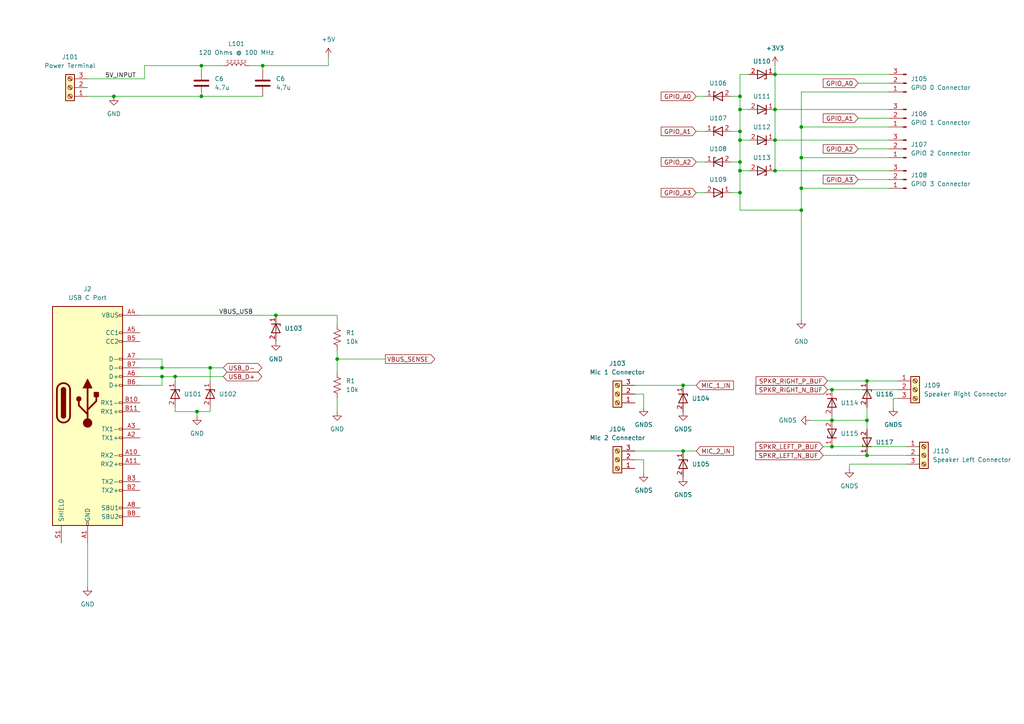
<source format=kicad_sch>
(kicad_sch (version 20230121) (generator eeschema)

  (uuid 8194b592-8b01-4c93-837a-c770db68de08)

  (paper "A4")

  (lib_symbols
    (symbol "Connector:Conn_01x03_Pin" (pin_names (offset 1.016) hide) (in_bom yes) (on_board yes)
      (property "Reference" "J" (at 0 5.08 0)
        (effects (font (size 1.27 1.27)))
      )
      (property "Value" "Conn_01x03_Pin" (at 0 -5.08 0)
        (effects (font (size 1.27 1.27)))
      )
      (property "Footprint" "" (at 0 0 0)
        (effects (font (size 1.27 1.27)) hide)
      )
      (property "Datasheet" "~" (at 0 0 0)
        (effects (font (size 1.27 1.27)) hide)
      )
      (property "ki_locked" "" (at 0 0 0)
        (effects (font (size 1.27 1.27)))
      )
      (property "ki_keywords" "connector" (at 0 0 0)
        (effects (font (size 1.27 1.27)) hide)
      )
      (property "ki_description" "Generic connector, single row, 01x03, script generated" (at 0 0 0)
        (effects (font (size 1.27 1.27)) hide)
      )
      (property "ki_fp_filters" "Connector*:*_1x??_*" (at 0 0 0)
        (effects (font (size 1.27 1.27)) hide)
      )
      (symbol "Conn_01x03_Pin_1_1"
        (polyline
          (pts
            (xy 1.27 -2.54)
            (xy 0.8636 -2.54)
          )
          (stroke (width 0.1524) (type default))
          (fill (type none))
        )
        (polyline
          (pts
            (xy 1.27 0)
            (xy 0.8636 0)
          )
          (stroke (width 0.1524) (type default))
          (fill (type none))
        )
        (polyline
          (pts
            (xy 1.27 2.54)
            (xy 0.8636 2.54)
          )
          (stroke (width 0.1524) (type default))
          (fill (type none))
        )
        (rectangle (start 0.8636 -2.413) (end 0 -2.667)
          (stroke (width 0.1524) (type default))
          (fill (type outline))
        )
        (rectangle (start 0.8636 0.127) (end 0 -0.127)
          (stroke (width 0.1524) (type default))
          (fill (type outline))
        )
        (rectangle (start 0.8636 2.667) (end 0 2.413)
          (stroke (width 0.1524) (type default))
          (fill (type outline))
        )
        (pin passive line (at 5.08 2.54 180) (length 3.81)
          (name "Pin_1" (effects (font (size 1.27 1.27))))
          (number "1" (effects (font (size 1.27 1.27))))
        )
        (pin passive line (at 5.08 0 180) (length 3.81)
          (name "Pin_2" (effects (font (size 1.27 1.27))))
          (number "2" (effects (font (size 1.27 1.27))))
        )
        (pin passive line (at 5.08 -2.54 180) (length 3.81)
          (name "Pin_3" (effects (font (size 1.27 1.27))))
          (number "3" (effects (font (size 1.27 1.27))))
        )
      )
    )
    (symbol "Connector:Screw_Terminal_01x03" (pin_names (offset 1.016) hide) (in_bom yes) (on_board yes)
      (property "Reference" "J" (at 0 5.08 0)
        (effects (font (size 1.27 1.27)))
      )
      (property "Value" "Screw_Terminal_01x03" (at 0 -5.08 0)
        (effects (font (size 1.27 1.27)))
      )
      (property "Footprint" "" (at 0 0 0)
        (effects (font (size 1.27 1.27)) hide)
      )
      (property "Datasheet" "~" (at 0 0 0)
        (effects (font (size 1.27 1.27)) hide)
      )
      (property "ki_keywords" "screw terminal" (at 0 0 0)
        (effects (font (size 1.27 1.27)) hide)
      )
      (property "ki_description" "Generic screw terminal, single row, 01x03, script generated (kicad-library-utils/schlib/autogen/connector/)" (at 0 0 0)
        (effects (font (size 1.27 1.27)) hide)
      )
      (property "ki_fp_filters" "TerminalBlock*:*" (at 0 0 0)
        (effects (font (size 1.27 1.27)) hide)
      )
      (symbol "Screw_Terminal_01x03_1_1"
        (rectangle (start -1.27 3.81) (end 1.27 -3.81)
          (stroke (width 0.254) (type default))
          (fill (type background))
        )
        (circle (center 0 -2.54) (radius 0.635)
          (stroke (width 0.1524) (type default))
          (fill (type none))
        )
        (polyline
          (pts
            (xy -0.5334 -2.2098)
            (xy 0.3302 -3.048)
          )
          (stroke (width 0.1524) (type default))
          (fill (type none))
        )
        (polyline
          (pts
            (xy -0.5334 0.3302)
            (xy 0.3302 -0.508)
          )
          (stroke (width 0.1524) (type default))
          (fill (type none))
        )
        (polyline
          (pts
            (xy -0.5334 2.8702)
            (xy 0.3302 2.032)
          )
          (stroke (width 0.1524) (type default))
          (fill (type none))
        )
        (polyline
          (pts
            (xy -0.3556 -2.032)
            (xy 0.508 -2.8702)
          )
          (stroke (width 0.1524) (type default))
          (fill (type none))
        )
        (polyline
          (pts
            (xy -0.3556 0.508)
            (xy 0.508 -0.3302)
          )
          (stroke (width 0.1524) (type default))
          (fill (type none))
        )
        (polyline
          (pts
            (xy -0.3556 3.048)
            (xy 0.508 2.2098)
          )
          (stroke (width 0.1524) (type default))
          (fill (type none))
        )
        (circle (center 0 0) (radius 0.635)
          (stroke (width 0.1524) (type default))
          (fill (type none))
        )
        (circle (center 0 2.54) (radius 0.635)
          (stroke (width 0.1524) (type default))
          (fill (type none))
        )
        (pin passive line (at -5.08 2.54 0) (length 3.81)
          (name "Pin_1" (effects (font (size 1.27 1.27))))
          (number "1" (effects (font (size 1.27 1.27))))
        )
        (pin passive line (at -5.08 0 0) (length 3.81)
          (name "Pin_2" (effects (font (size 1.27 1.27))))
          (number "2" (effects (font (size 1.27 1.27))))
        )
        (pin passive line (at -5.08 -2.54 0) (length 3.81)
          (name "Pin_3" (effects (font (size 1.27 1.27))))
          (number "3" (effects (font (size 1.27 1.27))))
        )
      )
    )
    (symbol "Connector:USB_C_Receptacle" (pin_names (offset 1.016)) (in_bom yes) (on_board yes)
      (property "Reference" "J" (at -10.16 29.21 0)
        (effects (font (size 1.27 1.27)) (justify left))
      )
      (property "Value" "USB_C_Receptacle" (at 10.16 29.21 0)
        (effects (font (size 1.27 1.27)) (justify right))
      )
      (property "Footprint" "" (at 3.81 0 0)
        (effects (font (size 1.27 1.27)) hide)
      )
      (property "Datasheet" "https://www.usb.org/sites/default/files/documents/usb_type-c.zip" (at 3.81 0 0)
        (effects (font (size 1.27 1.27)) hide)
      )
      (property "ki_keywords" "usb universal serial bus type-C full-featured" (at 0 0 0)
        (effects (font (size 1.27 1.27)) hide)
      )
      (property "ki_description" "USB Full-Featured Type-C Receptacle connector" (at 0 0 0)
        (effects (font (size 1.27 1.27)) hide)
      )
      (property "ki_fp_filters" "USB*C*Receptacle*" (at 0 0 0)
        (effects (font (size 1.27 1.27)) hide)
      )
      (symbol "USB_C_Receptacle_0_0"
        (rectangle (start -0.254 -35.56) (end 0.254 -34.544)
          (stroke (width 0) (type default))
          (fill (type none))
        )
        (rectangle (start 10.16 -32.766) (end 9.144 -33.274)
          (stroke (width 0) (type default))
          (fill (type none))
        )
        (rectangle (start 10.16 -30.226) (end 9.144 -30.734)
          (stroke (width 0) (type default))
          (fill (type none))
        )
        (rectangle (start 10.16 -25.146) (end 9.144 -25.654)
          (stroke (width 0) (type default))
          (fill (type none))
        )
        (rectangle (start 10.16 -22.606) (end 9.144 -23.114)
          (stroke (width 0) (type default))
          (fill (type none))
        )
        (rectangle (start 10.16 -17.526) (end 9.144 -18.034)
          (stroke (width 0) (type default))
          (fill (type none))
        )
        (rectangle (start 10.16 -14.986) (end 9.144 -15.494)
          (stroke (width 0) (type default))
          (fill (type none))
        )
        (rectangle (start 10.16 -9.906) (end 9.144 -10.414)
          (stroke (width 0) (type default))
          (fill (type none))
        )
        (rectangle (start 10.16 -7.366) (end 9.144 -7.874)
          (stroke (width 0) (type default))
          (fill (type none))
        )
        (rectangle (start 10.16 -2.286) (end 9.144 -2.794)
          (stroke (width 0) (type default))
          (fill (type none))
        )
        (rectangle (start 10.16 0.254) (end 9.144 -0.254)
          (stroke (width 0) (type default))
          (fill (type none))
        )
        (rectangle (start 10.16 5.334) (end 9.144 4.826)
          (stroke (width 0) (type default))
          (fill (type none))
        )
        (rectangle (start 10.16 7.874) (end 9.144 7.366)
          (stroke (width 0) (type default))
          (fill (type none))
        )
        (rectangle (start 10.16 10.414) (end 9.144 9.906)
          (stroke (width 0) (type default))
          (fill (type none))
        )
        (rectangle (start 10.16 12.954) (end 9.144 12.446)
          (stroke (width 0) (type default))
          (fill (type none))
        )
        (rectangle (start 10.16 18.034) (end 9.144 17.526)
          (stroke (width 0) (type default))
          (fill (type none))
        )
        (rectangle (start 10.16 20.574) (end 9.144 20.066)
          (stroke (width 0) (type default))
          (fill (type none))
        )
        (rectangle (start 10.16 25.654) (end 9.144 25.146)
          (stroke (width 0) (type default))
          (fill (type none))
        )
      )
      (symbol "USB_C_Receptacle_0_1"
        (rectangle (start -10.16 27.94) (end 10.16 -35.56)
          (stroke (width 0.254) (type default))
          (fill (type background))
        )
        (arc (start -8.89 -3.81) (mid -6.985 -5.7067) (end -5.08 -3.81)
          (stroke (width 0.508) (type default))
          (fill (type none))
        )
        (arc (start -7.62 -3.81) (mid -6.985 -4.4423) (end -6.35 -3.81)
          (stroke (width 0.254) (type default))
          (fill (type none))
        )
        (arc (start -7.62 -3.81) (mid -6.985 -4.4423) (end -6.35 -3.81)
          (stroke (width 0.254) (type default))
          (fill (type outline))
        )
        (rectangle (start -7.62 -3.81) (end -6.35 3.81)
          (stroke (width 0.254) (type default))
          (fill (type outline))
        )
        (arc (start -6.35 3.81) (mid -6.985 4.4423) (end -7.62 3.81)
          (stroke (width 0.254) (type default))
          (fill (type none))
        )
        (arc (start -6.35 3.81) (mid -6.985 4.4423) (end -7.62 3.81)
          (stroke (width 0.254) (type default))
          (fill (type outline))
        )
        (arc (start -5.08 3.81) (mid -6.985 5.7067) (end -8.89 3.81)
          (stroke (width 0.508) (type default))
          (fill (type none))
        )
        (polyline
          (pts
            (xy -8.89 -3.81)
            (xy -8.89 3.81)
          )
          (stroke (width 0.508) (type default))
          (fill (type none))
        )
        (polyline
          (pts
            (xy -5.08 3.81)
            (xy -5.08 -3.81)
          )
          (stroke (width 0.508) (type default))
          (fill (type none))
        )
      )
      (symbol "USB_C_Receptacle_1_1"
        (circle (center -2.54 1.143) (radius 0.635)
          (stroke (width 0.254) (type default))
          (fill (type outline))
        )
        (circle (center 0 -5.842) (radius 1.27)
          (stroke (width 0) (type default))
          (fill (type outline))
        )
        (polyline
          (pts
            (xy 0 -5.842)
            (xy 0 4.318)
          )
          (stroke (width 0.508) (type default))
          (fill (type none))
        )
        (polyline
          (pts
            (xy 0 -3.302)
            (xy -2.54 -0.762)
            (xy -2.54 0.508)
          )
          (stroke (width 0.508) (type default))
          (fill (type none))
        )
        (polyline
          (pts
            (xy 0 -2.032)
            (xy 2.54 0.508)
            (xy 2.54 1.778)
          )
          (stroke (width 0.508) (type default))
          (fill (type none))
        )
        (polyline
          (pts
            (xy -1.27 4.318)
            (xy 0 6.858)
            (xy 1.27 4.318)
            (xy -1.27 4.318)
          )
          (stroke (width 0.254) (type default))
          (fill (type outline))
        )
        (rectangle (start 1.905 1.778) (end 3.175 3.048)
          (stroke (width 0.254) (type default))
          (fill (type outline))
        )
        (pin passive line (at 0 -40.64 90) (length 5.08)
          (name "GND" (effects (font (size 1.27 1.27))))
          (number "A1" (effects (font (size 1.27 1.27))))
        )
        (pin bidirectional line (at 15.24 -15.24 180) (length 5.08)
          (name "RX2-" (effects (font (size 1.27 1.27))))
          (number "A10" (effects (font (size 1.27 1.27))))
        )
        (pin bidirectional line (at 15.24 -17.78 180) (length 5.08)
          (name "RX2+" (effects (font (size 1.27 1.27))))
          (number "A11" (effects (font (size 1.27 1.27))))
        )
        (pin passive line (at 0 -40.64 90) (length 5.08) hide
          (name "GND" (effects (font (size 1.27 1.27))))
          (number "A12" (effects (font (size 1.27 1.27))))
        )
        (pin bidirectional line (at 15.24 -10.16 180) (length 5.08)
          (name "TX1+" (effects (font (size 1.27 1.27))))
          (number "A2" (effects (font (size 1.27 1.27))))
        )
        (pin bidirectional line (at 15.24 -7.62 180) (length 5.08)
          (name "TX1-" (effects (font (size 1.27 1.27))))
          (number "A3" (effects (font (size 1.27 1.27))))
        )
        (pin passive line (at 15.24 25.4 180) (length 5.08)
          (name "VBUS" (effects (font (size 1.27 1.27))))
          (number "A4" (effects (font (size 1.27 1.27))))
        )
        (pin bidirectional line (at 15.24 20.32 180) (length 5.08)
          (name "CC1" (effects (font (size 1.27 1.27))))
          (number "A5" (effects (font (size 1.27 1.27))))
        )
        (pin bidirectional line (at 15.24 7.62 180) (length 5.08)
          (name "D+" (effects (font (size 1.27 1.27))))
          (number "A6" (effects (font (size 1.27 1.27))))
        )
        (pin bidirectional line (at 15.24 12.7 180) (length 5.08)
          (name "D-" (effects (font (size 1.27 1.27))))
          (number "A7" (effects (font (size 1.27 1.27))))
        )
        (pin bidirectional line (at 15.24 -30.48 180) (length 5.08)
          (name "SBU1" (effects (font (size 1.27 1.27))))
          (number "A8" (effects (font (size 1.27 1.27))))
        )
        (pin passive line (at 15.24 25.4 180) (length 5.08) hide
          (name "VBUS" (effects (font (size 1.27 1.27))))
          (number "A9" (effects (font (size 1.27 1.27))))
        )
        (pin passive line (at 0 -40.64 90) (length 5.08) hide
          (name "GND" (effects (font (size 1.27 1.27))))
          (number "B1" (effects (font (size 1.27 1.27))))
        )
        (pin bidirectional line (at 15.24 0 180) (length 5.08)
          (name "RX1-" (effects (font (size 1.27 1.27))))
          (number "B10" (effects (font (size 1.27 1.27))))
        )
        (pin bidirectional line (at 15.24 -2.54 180) (length 5.08)
          (name "RX1+" (effects (font (size 1.27 1.27))))
          (number "B11" (effects (font (size 1.27 1.27))))
        )
        (pin passive line (at 0 -40.64 90) (length 5.08) hide
          (name "GND" (effects (font (size 1.27 1.27))))
          (number "B12" (effects (font (size 1.27 1.27))))
        )
        (pin bidirectional line (at 15.24 -25.4 180) (length 5.08)
          (name "TX2+" (effects (font (size 1.27 1.27))))
          (number "B2" (effects (font (size 1.27 1.27))))
        )
        (pin bidirectional line (at 15.24 -22.86 180) (length 5.08)
          (name "TX2-" (effects (font (size 1.27 1.27))))
          (number "B3" (effects (font (size 1.27 1.27))))
        )
        (pin passive line (at 15.24 25.4 180) (length 5.08) hide
          (name "VBUS" (effects (font (size 1.27 1.27))))
          (number "B4" (effects (font (size 1.27 1.27))))
        )
        (pin bidirectional line (at 15.24 17.78 180) (length 5.08)
          (name "CC2" (effects (font (size 1.27 1.27))))
          (number "B5" (effects (font (size 1.27 1.27))))
        )
        (pin bidirectional line (at 15.24 5.08 180) (length 5.08)
          (name "D+" (effects (font (size 1.27 1.27))))
          (number "B6" (effects (font (size 1.27 1.27))))
        )
        (pin bidirectional line (at 15.24 10.16 180) (length 5.08)
          (name "D-" (effects (font (size 1.27 1.27))))
          (number "B7" (effects (font (size 1.27 1.27))))
        )
        (pin bidirectional line (at 15.24 -33.02 180) (length 5.08)
          (name "SBU2" (effects (font (size 1.27 1.27))))
          (number "B8" (effects (font (size 1.27 1.27))))
        )
        (pin passive line (at 15.24 25.4 180) (length 5.08) hide
          (name "VBUS" (effects (font (size 1.27 1.27))))
          (number "B9" (effects (font (size 1.27 1.27))))
        )
        (pin passive line (at -7.62 -40.64 90) (length 5.08)
          (name "SHIELD" (effects (font (size 1.27 1.27))))
          (number "S1" (effects (font (size 1.27 1.27))))
        )
      )
    )
    (symbol "D5V0M1U2S9_10" (in_bom yes) (on_board yes)
      (property "Reference" "U" (at 1.27 -2.54 0)
        (effects (font (size 1.27 1.27)))
      )
      (property "Value" "" (at 0 0 0)
        (effects (font (size 1.27 1.27)))
      )
      (property "Footprint" "" (at 0 0 0)
        (effects (font (size 1.27 1.27)) hide)
      )
      (property "Datasheet" "" (at 0 0 0)
        (effects (font (size 1.27 1.27)) hide)
      )
      (symbol "D5V0M1U2S9_10_0_1"
        (polyline
          (pts
            (xy 1.27 0)
            (xy -1.27 0)
          )
          (stroke (width 0) (type default))
          (fill (type none))
        )
        (polyline
          (pts
            (xy -1.27 -1.27)
            (xy -1.27 1.27)
            (xy -0.762 1.27)
          )
          (stroke (width 0.254) (type default))
          (fill (type none))
        )
        (polyline
          (pts
            (xy 1.27 -1.27)
            (xy 1.27 1.27)
            (xy -1.27 0)
            (xy 1.27 -1.27)
          )
          (stroke (width 0.254) (type default))
          (fill (type none))
        )
      )
      (symbol "D5V0M1U2S9_10_1_1"
        (pin passive line (at -3.81 0 0) (length 2.54)
          (name "" (effects (font (size 1.27 1.27))))
          (number "1" (effects (font (size 1.27 1.27))))
        )
        (pin passive line (at 3.81 0 180) (length 2.54)
          (name "" (effects (font (size 1.27 1.27))))
          (number "2" (effects (font (size 1.27 1.27))))
        )
      )
    )
    (symbol "D5V0M1U2S9_11" (in_bom yes) (on_board yes)
      (property "Reference" "U" (at 1.27 -2.54 0)
        (effects (font (size 1.27 1.27)))
      )
      (property "Value" "" (at 0 0 0)
        (effects (font (size 1.27 1.27)))
      )
      (property "Footprint" "" (at 0 0 0)
        (effects (font (size 1.27 1.27)) hide)
      )
      (property "Datasheet" "" (at 0 0 0)
        (effects (font (size 1.27 1.27)) hide)
      )
      (symbol "D5V0M1U2S9_11_0_1"
        (polyline
          (pts
            (xy 1.27 0)
            (xy -1.27 0)
          )
          (stroke (width 0) (type default))
          (fill (type none))
        )
        (polyline
          (pts
            (xy -1.27 -1.27)
            (xy -1.27 1.27)
            (xy -0.762 1.27)
          )
          (stroke (width 0.254) (type default))
          (fill (type none))
        )
        (polyline
          (pts
            (xy 1.27 -1.27)
            (xy 1.27 1.27)
            (xy -1.27 0)
            (xy 1.27 -1.27)
          )
          (stroke (width 0.254) (type default))
          (fill (type none))
        )
      )
      (symbol "D5V0M1U2S9_11_1_1"
        (pin passive line (at -3.81 0 0) (length 2.54)
          (name "" (effects (font (size 1.27 1.27))))
          (number "1" (effects (font (size 1.27 1.27))))
        )
        (pin passive line (at 3.81 0 180) (length 2.54)
          (name "" (effects (font (size 1.27 1.27))))
          (number "2" (effects (font (size 1.27 1.27))))
        )
      )
    )
    (symbol "D5V0M1U2S9_12" (in_bom yes) (on_board yes)
      (property "Reference" "U" (at 1.27 -2.54 0)
        (effects (font (size 1.27 1.27)))
      )
      (property "Value" "" (at 0 0 0)
        (effects (font (size 1.27 1.27)))
      )
      (property "Footprint" "" (at 0 0 0)
        (effects (font (size 1.27 1.27)) hide)
      )
      (property "Datasheet" "" (at 0 0 0)
        (effects (font (size 1.27 1.27)) hide)
      )
      (symbol "D5V0M1U2S9_12_0_1"
        (polyline
          (pts
            (xy 1.27 0)
            (xy -1.27 0)
          )
          (stroke (width 0) (type default))
          (fill (type none))
        )
        (polyline
          (pts
            (xy -1.27 -1.27)
            (xy -1.27 1.27)
            (xy -0.762 1.27)
          )
          (stroke (width 0.254) (type default))
          (fill (type none))
        )
        (polyline
          (pts
            (xy 1.27 -1.27)
            (xy 1.27 1.27)
            (xy -1.27 0)
            (xy 1.27 -1.27)
          )
          (stroke (width 0.254) (type default))
          (fill (type none))
        )
      )
      (symbol "D5V0M1U2S9_12_1_1"
        (pin passive line (at -3.81 0 0) (length 2.54)
          (name "" (effects (font (size 1.27 1.27))))
          (number "1" (effects (font (size 1.27 1.27))))
        )
        (pin passive line (at 3.81 0 180) (length 2.54)
          (name "" (effects (font (size 1.27 1.27))))
          (number "2" (effects (font (size 1.27 1.27))))
        )
      )
    )
    (symbol "D5V0M1U2S9_13" (in_bom yes) (on_board yes)
      (property "Reference" "U" (at 1.27 -2.54 0)
        (effects (font (size 1.27 1.27)))
      )
      (property "Value" "" (at 0 0 0)
        (effects (font (size 1.27 1.27)))
      )
      (property "Footprint" "" (at 0 0 0)
        (effects (font (size 1.27 1.27)) hide)
      )
      (property "Datasheet" "" (at 0 0 0)
        (effects (font (size 1.27 1.27)) hide)
      )
      (symbol "D5V0M1U2S9_13_0_1"
        (polyline
          (pts
            (xy 1.27 0)
            (xy -1.27 0)
          )
          (stroke (width 0) (type default))
          (fill (type none))
        )
        (polyline
          (pts
            (xy -1.27 -1.27)
            (xy -1.27 1.27)
            (xy -0.762 1.27)
          )
          (stroke (width 0.254) (type default))
          (fill (type none))
        )
        (polyline
          (pts
            (xy 1.27 -1.27)
            (xy 1.27 1.27)
            (xy -1.27 0)
            (xy 1.27 -1.27)
          )
          (stroke (width 0.254) (type default))
          (fill (type none))
        )
      )
      (symbol "D5V0M1U2S9_13_1_1"
        (pin passive line (at -3.81 0 0) (length 2.54)
          (name "" (effects (font (size 1.27 1.27))))
          (number "1" (effects (font (size 1.27 1.27))))
        )
        (pin passive line (at 3.81 0 180) (length 2.54)
          (name "" (effects (font (size 1.27 1.27))))
          (number "2" (effects (font (size 1.27 1.27))))
        )
      )
    )
    (symbol "D5V0M1U2S9_14" (in_bom yes) (on_board yes)
      (property "Reference" "U" (at 1.27 -2.54 0)
        (effects (font (size 1.27 1.27)))
      )
      (property "Value" "" (at 0 0 0)
        (effects (font (size 1.27 1.27)))
      )
      (property "Footprint" "" (at 0 0 0)
        (effects (font (size 1.27 1.27)) hide)
      )
      (property "Datasheet" "" (at 0 0 0)
        (effects (font (size 1.27 1.27)) hide)
      )
      (symbol "D5V0M1U2S9_14_0_1"
        (polyline
          (pts
            (xy 1.27 0)
            (xy -1.27 0)
          )
          (stroke (width 0) (type default))
          (fill (type none))
        )
        (polyline
          (pts
            (xy -1.27 -1.27)
            (xy -1.27 1.27)
            (xy -0.762 1.27)
          )
          (stroke (width 0.254) (type default))
          (fill (type none))
        )
        (polyline
          (pts
            (xy 1.27 -1.27)
            (xy 1.27 1.27)
            (xy -1.27 0)
            (xy 1.27 -1.27)
          )
          (stroke (width 0.254) (type default))
          (fill (type none))
        )
      )
      (symbol "D5V0M1U2S9_14_1_1"
        (pin passive line (at -3.81 0 0) (length 2.54)
          (name "" (effects (font (size 1.27 1.27))))
          (number "1" (effects (font (size 1.27 1.27))))
        )
        (pin passive line (at 3.81 0 180) (length 2.54)
          (name "" (effects (font (size 1.27 1.27))))
          (number "2" (effects (font (size 1.27 1.27))))
        )
      )
    )
    (symbol "D5V0M1U2S9_15" (in_bom yes) (on_board yes)
      (property "Reference" "U" (at 1.27 -2.54 0)
        (effects (font (size 1.27 1.27)))
      )
      (property "Value" "" (at 0 0 0)
        (effects (font (size 1.27 1.27)))
      )
      (property "Footprint" "" (at 0 0 0)
        (effects (font (size 1.27 1.27)) hide)
      )
      (property "Datasheet" "" (at 0 0 0)
        (effects (font (size 1.27 1.27)) hide)
      )
      (symbol "D5V0M1U2S9_15_0_1"
        (polyline
          (pts
            (xy 1.27 0)
            (xy -1.27 0)
          )
          (stroke (width 0) (type default))
          (fill (type none))
        )
        (polyline
          (pts
            (xy -1.27 -1.27)
            (xy -1.27 1.27)
            (xy -0.762 1.27)
          )
          (stroke (width 0.254) (type default))
          (fill (type none))
        )
        (polyline
          (pts
            (xy 1.27 -1.27)
            (xy 1.27 1.27)
            (xy -1.27 0)
            (xy 1.27 -1.27)
          )
          (stroke (width 0.254) (type default))
          (fill (type none))
        )
      )
      (symbol "D5V0M1U2S9_15_1_1"
        (pin passive line (at -3.81 0 0) (length 2.54)
          (name "" (effects (font (size 1.27 1.27))))
          (number "1" (effects (font (size 1.27 1.27))))
        )
        (pin passive line (at 3.81 0 180) (length 2.54)
          (name "" (effects (font (size 1.27 1.27))))
          (number "2" (effects (font (size 1.27 1.27))))
        )
      )
    )
    (symbol "D5V0M1U2S9_16" (in_bom yes) (on_board yes)
      (property "Reference" "U" (at 1.27 -2.54 0)
        (effects (font (size 1.27 1.27)))
      )
      (property "Value" "" (at 0 0 0)
        (effects (font (size 1.27 1.27)))
      )
      (property "Footprint" "" (at 0 0 0)
        (effects (font (size 1.27 1.27)) hide)
      )
      (property "Datasheet" "" (at 0 0 0)
        (effects (font (size 1.27 1.27)) hide)
      )
      (symbol "D5V0M1U2S9_16_0_1"
        (polyline
          (pts
            (xy 1.27 0)
            (xy -1.27 0)
          )
          (stroke (width 0) (type default))
          (fill (type none))
        )
        (polyline
          (pts
            (xy -1.27 -1.27)
            (xy -1.27 1.27)
            (xy -0.762 1.27)
          )
          (stroke (width 0.254) (type default))
          (fill (type none))
        )
        (polyline
          (pts
            (xy 1.27 -1.27)
            (xy 1.27 1.27)
            (xy -1.27 0)
            (xy 1.27 -1.27)
          )
          (stroke (width 0.254) (type default))
          (fill (type none))
        )
      )
      (symbol "D5V0M1U2S9_16_1_1"
        (pin passive line (at -3.81 0 0) (length 2.54)
          (name "" (effects (font (size 1.27 1.27))))
          (number "1" (effects (font (size 1.27 1.27))))
        )
        (pin passive line (at 3.81 0 180) (length 2.54)
          (name "" (effects (font (size 1.27 1.27))))
          (number "2" (effects (font (size 1.27 1.27))))
        )
      )
    )
    (symbol "D5V0M1U2S9_3" (in_bom yes) (on_board yes)
      (property "Reference" "U" (at 1.27 -2.54 0)
        (effects (font (size 1.27 1.27)))
      )
      (property "Value" "" (at 0 0 0)
        (effects (font (size 1.27 1.27)))
      )
      (property "Footprint" "" (at 0 0 0)
        (effects (font (size 1.27 1.27)) hide)
      )
      (property "Datasheet" "" (at 0 0 0)
        (effects (font (size 1.27 1.27)) hide)
      )
      (symbol "D5V0M1U2S9_3_0_1"
        (polyline
          (pts
            (xy 1.27 0)
            (xy -1.27 0)
          )
          (stroke (width 0) (type default))
          (fill (type none))
        )
        (polyline
          (pts
            (xy -1.27 -1.27)
            (xy -1.27 1.27)
            (xy -0.762 1.27)
          )
          (stroke (width 0.254) (type default))
          (fill (type none))
        )
        (polyline
          (pts
            (xy 1.27 -1.27)
            (xy 1.27 1.27)
            (xy -1.27 0)
            (xy 1.27 -1.27)
          )
          (stroke (width 0.254) (type default))
          (fill (type none))
        )
      )
      (symbol "D5V0M1U2S9_3_1_1"
        (pin passive line (at -3.81 0 0) (length 2.54)
          (name "" (effects (font (size 1.27 1.27))))
          (number "1" (effects (font (size 1.27 1.27))))
        )
        (pin passive line (at 3.81 0 180) (length 2.54)
          (name "" (effects (font (size 1.27 1.27))))
          (number "2" (effects (font (size 1.27 1.27))))
        )
      )
    )
    (symbol "D5V0M1U2S9_4" (in_bom yes) (on_board yes)
      (property "Reference" "U" (at 1.27 -2.54 0)
        (effects (font (size 1.27 1.27)))
      )
      (property "Value" "" (at 0 0 0)
        (effects (font (size 1.27 1.27)))
      )
      (property "Footprint" "" (at 0 0 0)
        (effects (font (size 1.27 1.27)) hide)
      )
      (property "Datasheet" "" (at 0 0 0)
        (effects (font (size 1.27 1.27)) hide)
      )
      (symbol "D5V0M1U2S9_4_0_1"
        (polyline
          (pts
            (xy 1.27 0)
            (xy -1.27 0)
          )
          (stroke (width 0) (type default))
          (fill (type none))
        )
        (polyline
          (pts
            (xy -1.27 -1.27)
            (xy -1.27 1.27)
            (xy -0.762 1.27)
          )
          (stroke (width 0.254) (type default))
          (fill (type none))
        )
        (polyline
          (pts
            (xy 1.27 -1.27)
            (xy 1.27 1.27)
            (xy -1.27 0)
            (xy 1.27 -1.27)
          )
          (stroke (width 0.254) (type default))
          (fill (type none))
        )
      )
      (symbol "D5V0M1U2S9_4_1_1"
        (pin passive line (at -3.81 0 0) (length 2.54)
          (name "" (effects (font (size 1.27 1.27))))
          (number "1" (effects (font (size 1.27 1.27))))
        )
        (pin passive line (at 3.81 0 180) (length 2.54)
          (name "" (effects (font (size 1.27 1.27))))
          (number "2" (effects (font (size 1.27 1.27))))
        )
      )
    )
    (symbol "D5V0M1U2S9_5" (in_bom yes) (on_board yes)
      (property "Reference" "U" (at 1.27 -2.54 0)
        (effects (font (size 1.27 1.27)))
      )
      (property "Value" "" (at 0 0 0)
        (effects (font (size 1.27 1.27)))
      )
      (property "Footprint" "" (at 0 0 0)
        (effects (font (size 1.27 1.27)) hide)
      )
      (property "Datasheet" "" (at 0 0 0)
        (effects (font (size 1.27 1.27)) hide)
      )
      (symbol "D5V0M1U2S9_5_0_1"
        (polyline
          (pts
            (xy 1.27 0)
            (xy -1.27 0)
          )
          (stroke (width 0) (type default))
          (fill (type none))
        )
        (polyline
          (pts
            (xy -1.27 -1.27)
            (xy -1.27 1.27)
            (xy -0.762 1.27)
          )
          (stroke (width 0.254) (type default))
          (fill (type none))
        )
        (polyline
          (pts
            (xy 1.27 -1.27)
            (xy 1.27 1.27)
            (xy -1.27 0)
            (xy 1.27 -1.27)
          )
          (stroke (width 0.254) (type default))
          (fill (type none))
        )
      )
      (symbol "D5V0M1U2S9_5_1_1"
        (pin passive line (at -3.81 0 0) (length 2.54)
          (name "" (effects (font (size 1.27 1.27))))
          (number "1" (effects (font (size 1.27 1.27))))
        )
        (pin passive line (at 3.81 0 180) (length 2.54)
          (name "" (effects (font (size 1.27 1.27))))
          (number "2" (effects (font (size 1.27 1.27))))
        )
      )
    )
    (symbol "D5V0M1U2S9_6" (in_bom yes) (on_board yes)
      (property "Reference" "U" (at 1.27 -2.54 0)
        (effects (font (size 1.27 1.27)))
      )
      (property "Value" "" (at 0 0 0)
        (effects (font (size 1.27 1.27)))
      )
      (property "Footprint" "" (at 0 0 0)
        (effects (font (size 1.27 1.27)) hide)
      )
      (property "Datasheet" "" (at 0 0 0)
        (effects (font (size 1.27 1.27)) hide)
      )
      (symbol "D5V0M1U2S9_6_0_1"
        (polyline
          (pts
            (xy 1.27 0)
            (xy -1.27 0)
          )
          (stroke (width 0) (type default))
          (fill (type none))
        )
        (polyline
          (pts
            (xy -1.27 -1.27)
            (xy -1.27 1.27)
            (xy -0.762 1.27)
          )
          (stroke (width 0.254) (type default))
          (fill (type none))
        )
        (polyline
          (pts
            (xy 1.27 -1.27)
            (xy 1.27 1.27)
            (xy -1.27 0)
            (xy 1.27 -1.27)
          )
          (stroke (width 0.254) (type default))
          (fill (type none))
        )
      )
      (symbol "D5V0M1U2S9_6_1_1"
        (pin passive line (at -3.81 0 0) (length 2.54)
          (name "" (effects (font (size 1.27 1.27))))
          (number "1" (effects (font (size 1.27 1.27))))
        )
        (pin passive line (at 3.81 0 180) (length 2.54)
          (name "" (effects (font (size 1.27 1.27))))
          (number "2" (effects (font (size 1.27 1.27))))
        )
      )
    )
    (symbol "D5V0M1U2S9_7" (in_bom yes) (on_board yes)
      (property "Reference" "U" (at 1.27 -2.54 0)
        (effects (font (size 1.27 1.27)))
      )
      (property "Value" "" (at 0 0 0)
        (effects (font (size 1.27 1.27)))
      )
      (property "Footprint" "" (at 0 0 0)
        (effects (font (size 1.27 1.27)) hide)
      )
      (property "Datasheet" "" (at 0 0 0)
        (effects (font (size 1.27 1.27)) hide)
      )
      (symbol "D5V0M1U2S9_7_0_1"
        (polyline
          (pts
            (xy 1.27 0)
            (xy -1.27 0)
          )
          (stroke (width 0) (type default))
          (fill (type none))
        )
        (polyline
          (pts
            (xy -1.27 -1.27)
            (xy -1.27 1.27)
            (xy -0.762 1.27)
          )
          (stroke (width 0.254) (type default))
          (fill (type none))
        )
        (polyline
          (pts
            (xy 1.27 -1.27)
            (xy 1.27 1.27)
            (xy -1.27 0)
            (xy 1.27 -1.27)
          )
          (stroke (width 0.254) (type default))
          (fill (type none))
        )
      )
      (symbol "D5V0M1U2S9_7_1_1"
        (pin passive line (at -3.81 0 0) (length 2.54)
          (name "" (effects (font (size 1.27 1.27))))
          (number "1" (effects (font (size 1.27 1.27))))
        )
        (pin passive line (at 3.81 0 180) (length 2.54)
          (name "" (effects (font (size 1.27 1.27))))
          (number "2" (effects (font (size 1.27 1.27))))
        )
      )
    )
    (symbol "D5V0M1U2S9_8" (in_bom yes) (on_board yes)
      (property "Reference" "U" (at 1.27 -2.54 0)
        (effects (font (size 1.27 1.27)))
      )
      (property "Value" "" (at 0 0 0)
        (effects (font (size 1.27 1.27)))
      )
      (property "Footprint" "" (at 0 0 0)
        (effects (font (size 1.27 1.27)) hide)
      )
      (property "Datasheet" "" (at 0 0 0)
        (effects (font (size 1.27 1.27)) hide)
      )
      (symbol "D5V0M1U2S9_8_0_1"
        (polyline
          (pts
            (xy 1.27 0)
            (xy -1.27 0)
          )
          (stroke (width 0) (type default))
          (fill (type none))
        )
        (polyline
          (pts
            (xy -1.27 -1.27)
            (xy -1.27 1.27)
            (xy -0.762 1.27)
          )
          (stroke (width 0.254) (type default))
          (fill (type none))
        )
        (polyline
          (pts
            (xy 1.27 -1.27)
            (xy 1.27 1.27)
            (xy -1.27 0)
            (xy 1.27 -1.27)
          )
          (stroke (width 0.254) (type default))
          (fill (type none))
        )
      )
      (symbol "D5V0M1U2S9_8_1_1"
        (pin passive line (at -3.81 0 0) (length 2.54)
          (name "" (effects (font (size 1.27 1.27))))
          (number "1" (effects (font (size 1.27 1.27))))
        )
        (pin passive line (at 3.81 0 180) (length 2.54)
          (name "" (effects (font (size 1.27 1.27))))
          (number "2" (effects (font (size 1.27 1.27))))
        )
      )
    )
    (symbol "D5V0M1U2S9_9" (in_bom yes) (on_board yes)
      (property "Reference" "U" (at 1.27 -2.54 0)
        (effects (font (size 1.27 1.27)))
      )
      (property "Value" "" (at 0 0 0)
        (effects (font (size 1.27 1.27)))
      )
      (property "Footprint" "" (at 0 0 0)
        (effects (font (size 1.27 1.27)) hide)
      )
      (property "Datasheet" "" (at 0 0 0)
        (effects (font (size 1.27 1.27)) hide)
      )
      (symbol "D5V0M1U2S9_9_0_1"
        (polyline
          (pts
            (xy 1.27 0)
            (xy -1.27 0)
          )
          (stroke (width 0) (type default))
          (fill (type none))
        )
        (polyline
          (pts
            (xy -1.27 -1.27)
            (xy -1.27 1.27)
            (xy -0.762 1.27)
          )
          (stroke (width 0.254) (type default))
          (fill (type none))
        )
        (polyline
          (pts
            (xy 1.27 -1.27)
            (xy 1.27 1.27)
            (xy -1.27 0)
            (xy 1.27 -1.27)
          )
          (stroke (width 0.254) (type default))
          (fill (type none))
        )
      )
      (symbol "D5V0M1U2S9_9_1_1"
        (pin passive line (at -3.81 0 0) (length 2.54)
          (name "" (effects (font (size 1.27 1.27))))
          (number "1" (effects (font (size 1.27 1.27))))
        )
        (pin passive line (at 3.81 0 180) (length 2.54)
          (name "" (effects (font (size 1.27 1.27))))
          (number "2" (effects (font (size 1.27 1.27))))
        )
      )
    )
    (symbol "Device:C" (pin_numbers hide) (pin_names (offset 0.254)) (in_bom yes) (on_board yes)
      (property "Reference" "C" (at 0.635 2.54 0)
        (effects (font (size 1.27 1.27)) (justify left))
      )
      (property "Value" "C" (at 0.635 -2.54 0)
        (effects (font (size 1.27 1.27)) (justify left))
      )
      (property "Footprint" "" (at 0.9652 -3.81 0)
        (effects (font (size 1.27 1.27)) hide)
      )
      (property "Datasheet" "~" (at 0 0 0)
        (effects (font (size 1.27 1.27)) hide)
      )
      (property "ki_keywords" "cap capacitor" (at 0 0 0)
        (effects (font (size 1.27 1.27)) hide)
      )
      (property "ki_description" "Unpolarized capacitor" (at 0 0 0)
        (effects (font (size 1.27 1.27)) hide)
      )
      (property "ki_fp_filters" "C_*" (at 0 0 0)
        (effects (font (size 1.27 1.27)) hide)
      )
      (symbol "C_0_1"
        (polyline
          (pts
            (xy -2.032 -0.762)
            (xy 2.032 -0.762)
          )
          (stroke (width 0.508) (type default))
          (fill (type none))
        )
        (polyline
          (pts
            (xy -2.032 0.762)
            (xy 2.032 0.762)
          )
          (stroke (width 0.508) (type default))
          (fill (type none))
        )
      )
      (symbol "C_1_1"
        (pin passive line (at 0 3.81 270) (length 2.794)
          (name "~" (effects (font (size 1.27 1.27))))
          (number "1" (effects (font (size 1.27 1.27))))
        )
        (pin passive line (at 0 -3.81 90) (length 2.794)
          (name "~" (effects (font (size 1.27 1.27))))
          (number "2" (effects (font (size 1.27 1.27))))
        )
      )
    )
    (symbol "Device:L_Ferrite" (pin_numbers hide) (pin_names (offset 1.016) hide) (in_bom yes) (on_board yes)
      (property "Reference" "L" (at -1.27 0 90)
        (effects (font (size 1.27 1.27)))
      )
      (property "Value" "L_Ferrite" (at 2.794 0 90)
        (effects (font (size 1.27 1.27)))
      )
      (property "Footprint" "" (at 0 0 0)
        (effects (font (size 1.27 1.27)) hide)
      )
      (property "Datasheet" "~" (at 0 0 0)
        (effects (font (size 1.27 1.27)) hide)
      )
      (property "ki_keywords" "inductor choke coil reactor magnetic" (at 0 0 0)
        (effects (font (size 1.27 1.27)) hide)
      )
      (property "ki_description" "Inductor with ferrite core" (at 0 0 0)
        (effects (font (size 1.27 1.27)) hide)
      )
      (property "ki_fp_filters" "Choke_* *Coil* Inductor_* L_*" (at 0 0 0)
        (effects (font (size 1.27 1.27)) hide)
      )
      (symbol "L_Ferrite_0_1"
        (arc (start 0 -2.54) (mid 0.6323 -1.905) (end 0 -1.27)
          (stroke (width 0) (type default))
          (fill (type none))
        )
        (arc (start 0 -1.27) (mid 0.6323 -0.635) (end 0 0)
          (stroke (width 0) (type default))
          (fill (type none))
        )
        (polyline
          (pts
            (xy 1.016 -2.794)
            (xy 1.016 -2.286)
          )
          (stroke (width 0) (type default))
          (fill (type none))
        )
        (polyline
          (pts
            (xy 1.016 -1.778)
            (xy 1.016 -1.27)
          )
          (stroke (width 0) (type default))
          (fill (type none))
        )
        (polyline
          (pts
            (xy 1.016 -0.762)
            (xy 1.016 -0.254)
          )
          (stroke (width 0) (type default))
          (fill (type none))
        )
        (polyline
          (pts
            (xy 1.016 0.254)
            (xy 1.016 0.762)
          )
          (stroke (width 0) (type default))
          (fill (type none))
        )
        (polyline
          (pts
            (xy 1.016 1.27)
            (xy 1.016 1.778)
          )
          (stroke (width 0) (type default))
          (fill (type none))
        )
        (polyline
          (pts
            (xy 1.016 2.286)
            (xy 1.016 2.794)
          )
          (stroke (width 0) (type default))
          (fill (type none))
        )
        (polyline
          (pts
            (xy 1.524 -2.286)
            (xy 1.524 -2.794)
          )
          (stroke (width 0) (type default))
          (fill (type none))
        )
        (polyline
          (pts
            (xy 1.524 -1.27)
            (xy 1.524 -1.778)
          )
          (stroke (width 0) (type default))
          (fill (type none))
        )
        (polyline
          (pts
            (xy 1.524 -0.254)
            (xy 1.524 -0.762)
          )
          (stroke (width 0) (type default))
          (fill (type none))
        )
        (polyline
          (pts
            (xy 1.524 0.762)
            (xy 1.524 0.254)
          )
          (stroke (width 0) (type default))
          (fill (type none))
        )
        (polyline
          (pts
            (xy 1.524 1.778)
            (xy 1.524 1.27)
          )
          (stroke (width 0) (type default))
          (fill (type none))
        )
        (polyline
          (pts
            (xy 1.524 2.794)
            (xy 1.524 2.286)
          )
          (stroke (width 0) (type default))
          (fill (type none))
        )
        (arc (start 0 0) (mid 0.6323 0.635) (end 0 1.27)
          (stroke (width 0) (type default))
          (fill (type none))
        )
        (arc (start 0 1.27) (mid 0.6323 1.905) (end 0 2.54)
          (stroke (width 0) (type default))
          (fill (type none))
        )
      )
      (symbol "L_Ferrite_1_1"
        (pin passive line (at 0 3.81 270) (length 1.27)
          (name "1" (effects (font (size 1.27 1.27))))
          (number "1" (effects (font (size 1.27 1.27))))
        )
        (pin passive line (at 0 -3.81 90) (length 1.27)
          (name "2" (effects (font (size 1.27 1.27))))
          (number "2" (effects (font (size 1.27 1.27))))
        )
      )
    )
    (symbol "Device:R_US" (pin_numbers hide) (pin_names (offset 0)) (in_bom yes) (on_board yes)
      (property "Reference" "R" (at 2.54 0 90)
        (effects (font (size 1.27 1.27)))
      )
      (property "Value" "R_US" (at -2.54 0 90)
        (effects (font (size 1.27 1.27)))
      )
      (property "Footprint" "" (at 1.016 -0.254 90)
        (effects (font (size 1.27 1.27)) hide)
      )
      (property "Datasheet" "~" (at 0 0 0)
        (effects (font (size 1.27 1.27)) hide)
      )
      (property "ki_keywords" "R res resistor" (at 0 0 0)
        (effects (font (size 1.27 1.27)) hide)
      )
      (property "ki_description" "Resistor, US symbol" (at 0 0 0)
        (effects (font (size 1.27 1.27)) hide)
      )
      (property "ki_fp_filters" "R_*" (at 0 0 0)
        (effects (font (size 1.27 1.27)) hide)
      )
      (symbol "R_US_0_1"
        (polyline
          (pts
            (xy 0 -2.286)
            (xy 0 -2.54)
          )
          (stroke (width 0) (type default))
          (fill (type none))
        )
        (polyline
          (pts
            (xy 0 2.286)
            (xy 0 2.54)
          )
          (stroke (width 0) (type default))
          (fill (type none))
        )
        (polyline
          (pts
            (xy 0 -0.762)
            (xy 1.016 -1.143)
            (xy 0 -1.524)
            (xy -1.016 -1.905)
            (xy 0 -2.286)
          )
          (stroke (width 0) (type default))
          (fill (type none))
        )
        (polyline
          (pts
            (xy 0 0.762)
            (xy 1.016 0.381)
            (xy 0 0)
            (xy -1.016 -0.381)
            (xy 0 -0.762)
          )
          (stroke (width 0) (type default))
          (fill (type none))
        )
        (polyline
          (pts
            (xy 0 2.286)
            (xy 1.016 1.905)
            (xy 0 1.524)
            (xy -1.016 1.143)
            (xy 0 0.762)
          )
          (stroke (width 0) (type default))
          (fill (type none))
        )
      )
      (symbol "R_US_1_1"
        (pin passive line (at 0 3.81 270) (length 1.27)
          (name "~" (effects (font (size 1.27 1.27))))
          (number "1" (effects (font (size 1.27 1.27))))
        )
        (pin passive line (at 0 -3.81 90) (length 1.27)
          (name "~" (effects (font (size 1.27 1.27))))
          (number "2" (effects (font (size 1.27 1.27))))
        )
      )
    )
    (symbol "Test:D5V0M1U2S9" (in_bom yes) (on_board yes)
      (property "Reference" "U" (at 1.27 -2.54 0)
        (effects (font (size 1.27 1.27)))
      )
      (property "Value" "" (at 0 0 0)
        (effects (font (size 1.27 1.27)))
      )
      (property "Footprint" "" (at 0 0 0)
        (effects (font (size 1.27 1.27)) hide)
      )
      (property "Datasheet" "" (at 0 0 0)
        (effects (font (size 1.27 1.27)) hide)
      )
      (symbol "D5V0M1U2S9_0_1"
        (polyline
          (pts
            (xy 1.27 0)
            (xy -1.27 0)
          )
          (stroke (width 0) (type default))
          (fill (type none))
        )
        (polyline
          (pts
            (xy -1.27 -1.27)
            (xy -1.27 1.27)
            (xy -0.762 1.27)
          )
          (stroke (width 0.254) (type default))
          (fill (type none))
        )
        (polyline
          (pts
            (xy 1.27 -1.27)
            (xy 1.27 1.27)
            (xy -1.27 0)
            (xy 1.27 -1.27)
          )
          (stroke (width 0.254) (type default))
          (fill (type none))
        )
      )
      (symbol "D5V0M1U2S9_1_1"
        (pin passive line (at -3.81 0 0) (length 2.54)
          (name "" (effects (font (size 1.27 1.27))))
          (number "1" (effects (font (size 1.27 1.27))))
        )
        (pin passive line (at 3.81 0 180) (length 2.54)
          (name "" (effects (font (size 1.27 1.27))))
          (number "2" (effects (font (size 1.27 1.27))))
        )
      )
    )
    (symbol "Test:ESD102U102ELSE6327XTSA1" (in_bom yes) (on_board yes)
      (property "Reference" "U" (at 2.54 -2.54 0)
        (effects (font (size 1.27 1.27)))
      )
      (property "Value" "" (at 0 0 0)
        (effects (font (size 1.27 1.27)))
      )
      (property "Footprint" "" (at 0 0 0)
        (effects (font (size 1.27 1.27)) hide)
      )
      (property "Datasheet" "" (at 0 0 0)
        (effects (font (size 1.27 1.27)) hide)
      )
      (symbol "ESD102U102ELSE6327XTSA1_0_1"
        (polyline
          (pts
            (xy 1.27 0)
            (xy -1.27 0)
          )
          (stroke (width 0) (type default))
          (fill (type none))
        )
        (polyline
          (pts
            (xy -1.27 -1.27)
            (xy -1.27 1.27)
            (xy -0.762 1.27)
          )
          (stroke (width 0.254) (type default))
          (fill (type none))
        )
        (polyline
          (pts
            (xy 1.27 -1.27)
            (xy 1.27 1.27)
            (xy -1.27 0)
            (xy 1.27 -1.27)
          )
          (stroke (width 0.254) (type default))
          (fill (type none))
        )
      )
      (symbol "ESD102U102ELSE6327XTSA1_1_1"
        (pin passive line (at -3.81 0 0) (length 2.54)
          (name "" (effects (font (size 1.27 1.27))))
          (number "1" (effects (font (size 1.27 1.27))))
        )
        (pin passive line (at 3.81 0 180) (length 2.54)
          (name "" (effects (font (size 1.27 1.27))))
          (number "2" (effects (font (size 1.27 1.27))))
        )
      )
    )
    (symbol "power:+3V3" (power) (pin_names (offset 0)) (in_bom yes) (on_board yes)
      (property "Reference" "#PWR" (at 0 -3.81 0)
        (effects (font (size 1.27 1.27)) hide)
      )
      (property "Value" "+3V3" (at 0 3.556 0)
        (effects (font (size 1.27 1.27)))
      )
      (property "Footprint" "" (at 0 0 0)
        (effects (font (size 1.27 1.27)) hide)
      )
      (property "Datasheet" "" (at 0 0 0)
        (effects (font (size 1.27 1.27)) hide)
      )
      (property "ki_keywords" "global power" (at 0 0 0)
        (effects (font (size 1.27 1.27)) hide)
      )
      (property "ki_description" "Power symbol creates a global label with name \"+3V3\"" (at 0 0 0)
        (effects (font (size 1.27 1.27)) hide)
      )
      (symbol "+3V3_0_1"
        (polyline
          (pts
            (xy -0.762 1.27)
            (xy 0 2.54)
          )
          (stroke (width 0) (type default))
          (fill (type none))
        )
        (polyline
          (pts
            (xy 0 0)
            (xy 0 2.54)
          )
          (stroke (width 0) (type default))
          (fill (type none))
        )
        (polyline
          (pts
            (xy 0 2.54)
            (xy 0.762 1.27)
          )
          (stroke (width 0) (type default))
          (fill (type none))
        )
      )
      (symbol "+3V3_1_1"
        (pin power_in line (at 0 0 90) (length 0) hide
          (name "+3V3" (effects (font (size 1.27 1.27))))
          (number "1" (effects (font (size 1.27 1.27))))
        )
      )
    )
    (symbol "power:+5V" (power) (pin_names (offset 0)) (in_bom yes) (on_board yes)
      (property "Reference" "#PWR" (at 0 -3.81 0)
        (effects (font (size 1.27 1.27)) hide)
      )
      (property "Value" "+5V" (at 0 3.556 0)
        (effects (font (size 1.27 1.27)))
      )
      (property "Footprint" "" (at 0 0 0)
        (effects (font (size 1.27 1.27)) hide)
      )
      (property "Datasheet" "" (at 0 0 0)
        (effects (font (size 1.27 1.27)) hide)
      )
      (property "ki_keywords" "global power" (at 0 0 0)
        (effects (font (size 1.27 1.27)) hide)
      )
      (property "ki_description" "Power symbol creates a global label with name \"+5V\"" (at 0 0 0)
        (effects (font (size 1.27 1.27)) hide)
      )
      (symbol "+5V_0_1"
        (polyline
          (pts
            (xy -0.762 1.27)
            (xy 0 2.54)
          )
          (stroke (width 0) (type default))
          (fill (type none))
        )
        (polyline
          (pts
            (xy 0 0)
            (xy 0 2.54)
          )
          (stroke (width 0) (type default))
          (fill (type none))
        )
        (polyline
          (pts
            (xy 0 2.54)
            (xy 0.762 1.27)
          )
          (stroke (width 0) (type default))
          (fill (type none))
        )
      )
      (symbol "+5V_1_1"
        (pin power_in line (at 0 0 90) (length 0) hide
          (name "+5V" (effects (font (size 1.27 1.27))))
          (number "1" (effects (font (size 1.27 1.27))))
        )
      )
    )
    (symbol "power:GND" (power) (pin_names (offset 0)) (in_bom yes) (on_board yes)
      (property "Reference" "#PWR" (at 0 -6.35 0)
        (effects (font (size 1.27 1.27)) hide)
      )
      (property "Value" "GND" (at 0 -3.81 0)
        (effects (font (size 1.27 1.27)))
      )
      (property "Footprint" "" (at 0 0 0)
        (effects (font (size 1.27 1.27)) hide)
      )
      (property "Datasheet" "" (at 0 0 0)
        (effects (font (size 1.27 1.27)) hide)
      )
      (property "ki_keywords" "global power" (at 0 0 0)
        (effects (font (size 1.27 1.27)) hide)
      )
      (property "ki_description" "Power symbol creates a global label with name \"GND\" , ground" (at 0 0 0)
        (effects (font (size 1.27 1.27)) hide)
      )
      (symbol "GND_0_1"
        (polyline
          (pts
            (xy 0 0)
            (xy 0 -1.27)
            (xy 1.27 -1.27)
            (xy 0 -2.54)
            (xy -1.27 -1.27)
            (xy 0 -1.27)
          )
          (stroke (width 0) (type default))
          (fill (type none))
        )
      )
      (symbol "GND_1_1"
        (pin power_in line (at 0 0 270) (length 0) hide
          (name "GND" (effects (font (size 1.27 1.27))))
          (number "1" (effects (font (size 1.27 1.27))))
        )
      )
    )
    (symbol "power:GNDS" (power) (pin_names (offset 0)) (in_bom yes) (on_board yes)
      (property "Reference" "#PWR" (at 0 -6.35 0)
        (effects (font (size 1.27 1.27)) hide)
      )
      (property "Value" "GNDS" (at 0 -3.81 0)
        (effects (font (size 1.27 1.27)))
      )
      (property "Footprint" "" (at 0 0 0)
        (effects (font (size 1.27 1.27)) hide)
      )
      (property "Datasheet" "" (at 0 0 0)
        (effects (font (size 1.27 1.27)) hide)
      )
      (property "ki_keywords" "global power" (at 0 0 0)
        (effects (font (size 1.27 1.27)) hide)
      )
      (property "ki_description" "Power symbol creates a global label with name \"GNDS\" , signal ground" (at 0 0 0)
        (effects (font (size 1.27 1.27)) hide)
      )
      (symbol "GNDS_0_1"
        (polyline
          (pts
            (xy 0 0)
            (xy 0 -1.27)
            (xy 1.27 -1.27)
            (xy 0 -2.54)
            (xy -1.27 -1.27)
            (xy 0 -1.27)
          )
          (stroke (width 0) (type default))
          (fill (type none))
        )
      )
      (symbol "GNDS_1_1"
        (pin power_in line (at 0 0 270) (length 0) hide
          (name "GNDS" (effects (font (size 1.27 1.27))))
          (number "1" (effects (font (size 1.27 1.27))))
        )
      )
    )
  )

  (junction (at 224.79 31.75) (diameter 0) (color 0 0 0 0)
    (uuid 009c1b50-938e-4b84-b27d-c185a7d4bc94)
  )
  (junction (at 214.63 46.99) (diameter 0) (color 0 0 0 0)
    (uuid 0e1fa590-23fd-4079-9e9e-27eeb756c37d)
  )
  (junction (at 214.63 27.94) (diameter 0) (color 0 0 0 0)
    (uuid 18f18f04-1b87-4227-9487-9640d802070d)
  )
  (junction (at 198.12 111.76) (diameter 0) (color 0 0 0 0)
    (uuid 24c43b38-cbf0-4156-8d7e-267107849607)
  )
  (junction (at 214.63 31.75) (diameter 0) (color 0 0 0 0)
    (uuid 3385e24b-bffa-4ee4-8cf5-ee35a6cef4ad)
  )
  (junction (at 241.3 113.03) (diameter 0) (color 0 0 0 0)
    (uuid 3d4c8e49-8735-4426-af20-34d1e05462bb)
  )
  (junction (at 58.42 19.05) (diameter 0) (color 0 0 0 0)
    (uuid 47e9bc5b-4703-43ed-939d-5f1f225422ed)
  )
  (junction (at 80.01 91.44) (diameter 0) (color 0 0 0 0)
    (uuid 5018807a-4734-42ea-887e-c1bf4d90c930)
  )
  (junction (at 214.63 38.1) (diameter 0) (color 0 0 0 0)
    (uuid 534584b8-09b2-48cb-81fb-82592eef4ddc)
  )
  (junction (at 224.79 49.53) (diameter 0) (color 0 0 0 0)
    (uuid 5df241e5-6b57-45fd-a404-e65dfd687edd)
  )
  (junction (at 214.63 49.53) (diameter 0) (color 0 0 0 0)
    (uuid 5e96df6e-4763-49b1-af63-b29dd3dae19b)
  )
  (junction (at 232.41 45.72) (diameter 0) (color 0 0 0 0)
    (uuid 659d5241-805c-4233-958f-e2f1df534564)
  )
  (junction (at 33.02 27.94) (diameter 0) (color 0 0 0 0)
    (uuid 692a1481-23de-4410-bedf-4a500e586d4a)
  )
  (junction (at 50.8 109.22) (diameter 0) (color 0 0 0 0)
    (uuid 74261929-032a-4629-8d44-7369f2d9a1ba)
  )
  (junction (at 224.79 40.64) (diameter 0) (color 0 0 0 0)
    (uuid 7b42c40f-01ec-4cff-9c31-92c8b7505e73)
  )
  (junction (at 251.46 132.08) (diameter 0) (color 0 0 0 0)
    (uuid 7f1c5b1b-302e-424d-8d06-57fa92e450de)
  )
  (junction (at 60.96 106.68) (diameter 0) (color 0 0 0 0)
    (uuid 821e8136-9f69-46b5-8dfb-9e2c1b52f7bb)
  )
  (junction (at 232.41 54.61) (diameter 0) (color 0 0 0 0)
    (uuid 8e8f9efb-1a4e-4cde-93e8-eacc5a0d84da)
  )
  (junction (at 198.12 130.81) (diameter 0) (color 0 0 0 0)
    (uuid 97802623-1fc2-48e3-9a7b-e9621c03105b)
  )
  (junction (at 241.3 121.92) (diameter 0) (color 0 0 0 0)
    (uuid 9d64c953-fe39-49d4-8637-f8a836f76f2d)
  )
  (junction (at 241.3 129.54) (diameter 0) (color 0 0 0 0)
    (uuid 9d9ca414-9e99-4718-a723-01bd52f3846c)
  )
  (junction (at 232.41 60.96) (diameter 0) (color 0 0 0 0)
    (uuid ac6a9b2d-0986-4522-9bb7-d9726fbfcfef)
  )
  (junction (at 251.46 110.49) (diameter 0) (color 0 0 0 0)
    (uuid ad67e109-50cf-4f7c-8f2a-24b688134e75)
  )
  (junction (at 232.41 36.83) (diameter 0) (color 0 0 0 0)
    (uuid c00a7e7c-4605-4e9e-b090-841d8634607f)
  )
  (junction (at 46.99 106.68) (diameter 0) (color 0 0 0 0)
    (uuid cbbee177-9aff-4fab-b1c5-3678123e681d)
  )
  (junction (at 58.42 27.94) (diameter 0) (color 0 0 0 0)
    (uuid cc14644b-49f1-4006-afcc-a1ea296ada4c)
  )
  (junction (at 97.79 104.14) (diameter 0) (color 0 0 0 0)
    (uuid d9779dff-e0f1-4959-8efa-764fc1af2f17)
  )
  (junction (at 46.99 109.22) (diameter 0) (color 0 0 0 0)
    (uuid dba0b3f2-b83a-4c2b-8cd1-c523d1cad9f1)
  )
  (junction (at 214.63 55.88) (diameter 0) (color 0 0 0 0)
    (uuid dcd8f13a-d664-4b21-9710-7c2d6312bdd5)
  )
  (junction (at 57.15 119.38) (diameter 0) (color 0 0 0 0)
    (uuid e9723132-bddf-45a5-aec1-4dead52712b7)
  )
  (junction (at 224.79 21.59) (diameter 0) (color 0 0 0 0)
    (uuid eea4615c-988a-4938-8499-ef46755afd8c)
  )
  (junction (at 214.63 40.64) (diameter 0) (color 0 0 0 0)
    (uuid f2a277b4-ae95-4462-9f1a-38b0933140d1)
  )
  (junction (at 76.2 19.05) (diameter 0) (color 0 0 0 0)
    (uuid f5b0f02b-ee17-4ac2-8c82-2f211e173386)
  )
  (junction (at 251.46 121.92) (diameter 0) (color 0 0 0 0)
    (uuid fbce64e6-a886-4ca7-85ec-08ff9d1080ad)
  )

  (wire (pts (xy 232.41 54.61) (xy 232.41 60.96))
    (stroke (width 0) (type default))
    (uuid 024cafe6-bc46-4bbb-98d9-bdec73e74a60)
  )
  (wire (pts (xy 40.64 106.68) (xy 46.99 106.68))
    (stroke (width 0) (type default))
    (uuid 02872036-a6de-42be-9d57-87618bccc3ac)
  )
  (wire (pts (xy 184.15 133.35) (xy 186.69 133.35))
    (stroke (width 0) (type default))
    (uuid 02f1ec0d-ff9c-42c6-a33a-ffe738546d51)
  )
  (wire (pts (xy 40.64 109.22) (xy 46.99 109.22))
    (stroke (width 0) (type default))
    (uuid 03d3dfca-a4d4-4e14-bc4b-28093e47cf8f)
  )
  (wire (pts (xy 232.41 45.72) (xy 257.81 45.72))
    (stroke (width 0) (type default))
    (uuid 071088f8-492d-46a4-b2e1-41ff17109fcb)
  )
  (wire (pts (xy 232.41 45.72) (xy 232.41 54.61))
    (stroke (width 0) (type default))
    (uuid 077a26dc-378d-4456-8c79-e3128aac6ad8)
  )
  (wire (pts (xy 184.15 130.81) (xy 198.12 130.81))
    (stroke (width 0) (type default))
    (uuid 0874e8e9-d3fb-4210-8e1a-9f247fe1d599)
  )
  (wire (pts (xy 251.46 121.92) (xy 241.3 121.92))
    (stroke (width 0) (type default))
    (uuid 0b1726ec-d014-4182-a5e2-97e2212d2869)
  )
  (wire (pts (xy 58.42 19.05) (xy 58.42 20.32))
    (stroke (width 0) (type default))
    (uuid 0cc2d6a5-28cf-4b65-a75f-47a486e909db)
  )
  (wire (pts (xy 234.95 121.92) (xy 241.3 121.92))
    (stroke (width 0) (type default))
    (uuid 0efefedf-a4bd-4e0a-8d25-56d0f938f9ab)
  )
  (wire (pts (xy 64.77 19.05) (xy 58.42 19.05))
    (stroke (width 0) (type default))
    (uuid 0f2eda00-3de5-4c3a-a42b-4db19c7568cb)
  )
  (wire (pts (xy 184.15 111.76) (xy 198.12 111.76))
    (stroke (width 0) (type default))
    (uuid 1146c55b-64f1-4090-9482-9cf4d2fc956b)
  )
  (wire (pts (xy 240.03 110.49) (xy 251.46 110.49))
    (stroke (width 0) (type default))
    (uuid 16712329-15a1-4d30-b1c6-a608e861d3eb)
  )
  (wire (pts (xy 60.96 119.38) (xy 60.96 118.11))
    (stroke (width 0) (type default))
    (uuid 168f92df-12ff-41d6-89ea-c33ce11364e3)
  )
  (wire (pts (xy 214.63 31.75) (xy 214.63 27.94))
    (stroke (width 0) (type default))
    (uuid 1fe0c51c-5544-4de7-a823-f7f9374cbbb1)
  )
  (wire (pts (xy 41.91 19.05) (xy 58.42 19.05))
    (stroke (width 0) (type default))
    (uuid 20004734-fc9c-4f5e-97be-1e4a5b93b786)
  )
  (wire (pts (xy 97.79 115.57) (xy 97.79 119.38))
    (stroke (width 0) (type default))
    (uuid 20b5772b-85c2-48f8-928d-0b26e3c57a63)
  )
  (wire (pts (xy 46.99 106.68) (xy 60.96 106.68))
    (stroke (width 0) (type default))
    (uuid 20c950c7-5d75-4526-8a89-9ce2f80dc807)
  )
  (wire (pts (xy 198.12 130.81) (xy 201.93 130.81))
    (stroke (width 0) (type default))
    (uuid 23b87fbc-3862-4551-9ed0-6dca0dfaaca7)
  )
  (wire (pts (xy 201.93 46.99) (xy 204.47 46.99))
    (stroke (width 0) (type default))
    (uuid 261da9b7-ef7c-4213-aa2e-e76874013e39)
  )
  (wire (pts (xy 246.38 134.62) (xy 262.89 134.62))
    (stroke (width 0) (type default))
    (uuid 26376b87-08d9-473f-a65b-93bcae402f5b)
  )
  (wire (pts (xy 201.93 38.1) (xy 204.47 38.1))
    (stroke (width 0) (type default))
    (uuid 2999c2d0-9450-4204-a8e4-f6a957ad802d)
  )
  (wire (pts (xy 232.41 54.61) (xy 257.81 54.61))
    (stroke (width 0) (type default))
    (uuid 2ab09e83-ea63-46ef-9c67-73b49412fae1)
  )
  (wire (pts (xy 248.92 34.29) (xy 257.81 34.29))
    (stroke (width 0) (type default))
    (uuid 2bcd2476-c106-4d4f-93a8-92cef0aeeed4)
  )
  (wire (pts (xy 184.15 114.3) (xy 186.69 114.3))
    (stroke (width 0) (type default))
    (uuid 31606b3c-82df-4c35-a9f6-4e6a4d7fcd75)
  )
  (wire (pts (xy 224.79 40.64) (xy 257.81 40.64))
    (stroke (width 0) (type default))
    (uuid 33f201c4-7ff2-4a25-a6a8-6a90fd1cc245)
  )
  (wire (pts (xy 224.79 19.05) (xy 224.79 21.59))
    (stroke (width 0) (type default))
    (uuid 34c9f056-7db3-4af2-bb3d-4f78737b062c)
  )
  (wire (pts (xy 214.63 27.94) (xy 214.63 21.59))
    (stroke (width 0) (type default))
    (uuid 34f7b01e-abb8-49fe-bd71-27ccf3a0ff61)
  )
  (wire (pts (xy 214.63 49.53) (xy 214.63 46.99))
    (stroke (width 0) (type default))
    (uuid 36263abf-6007-4d8c-8811-9ecb83aa1caa)
  )
  (wire (pts (xy 201.93 27.94) (xy 204.47 27.94))
    (stroke (width 0) (type default))
    (uuid 36ae2415-f98e-4090-9755-1f9d46419d4e)
  )
  (wire (pts (xy 60.96 110.49) (xy 60.96 106.68))
    (stroke (width 0) (type default))
    (uuid 37f2f939-66be-45a6-89db-dfbeec3469d4)
  )
  (wire (pts (xy 40.64 91.44) (xy 80.01 91.44))
    (stroke (width 0) (type default))
    (uuid 38860486-3ff5-41f1-a3d0-871ed6cbacbb)
  )
  (wire (pts (xy 95.25 19.05) (xy 95.25 16.51))
    (stroke (width 0) (type default))
    (uuid 3e2eaaa1-7e8f-4af6-873c-54b2110097ee)
  )
  (wire (pts (xy 232.41 60.96) (xy 232.41 92.71))
    (stroke (width 0) (type default))
    (uuid 3e7b028e-3d00-4e8f-922d-9c491cea8470)
  )
  (wire (pts (xy 248.92 24.13) (xy 257.81 24.13))
    (stroke (width 0) (type default))
    (uuid 3f8de9c0-dfb5-4c66-93e4-789062801085)
  )
  (wire (pts (xy 224.79 49.53) (xy 257.81 49.53))
    (stroke (width 0) (type default))
    (uuid 407f4a35-511f-4e2b-a33d-14c36ff201a7)
  )
  (wire (pts (xy 214.63 46.99) (xy 214.63 40.64))
    (stroke (width 0) (type default))
    (uuid 46cfac90-21ed-43e6-95ee-78716bd70c2f)
  )
  (wire (pts (xy 214.63 21.59) (xy 217.17 21.59))
    (stroke (width 0) (type default))
    (uuid 4ea8ee7a-ed73-422c-8b29-b424b065669b)
  )
  (wire (pts (xy 25.4 157.48) (xy 25.4 170.18))
    (stroke (width 0) (type default))
    (uuid 4fd4c9e8-3f01-4371-b226-abf50f081dc2)
  )
  (wire (pts (xy 259.08 115.57) (xy 259.08 118.11))
    (stroke (width 0) (type default))
    (uuid 51b9a06b-a4ee-435f-beed-b8908e561932)
  )
  (wire (pts (xy 238.76 129.54) (xy 241.3 129.54))
    (stroke (width 0) (type default))
    (uuid 53eb452a-9d19-40ed-9ed1-237857d3e00f)
  )
  (wire (pts (xy 251.46 132.08) (xy 262.89 132.08))
    (stroke (width 0) (type default))
    (uuid 5589cf03-6970-448e-9d83-c3db28970766)
  )
  (wire (pts (xy 214.63 49.53) (xy 217.17 49.53))
    (stroke (width 0) (type default))
    (uuid 585eae93-7372-4ec5-8c10-756008f502da)
  )
  (wire (pts (xy 224.79 40.64) (xy 224.79 49.53))
    (stroke (width 0) (type default))
    (uuid 5a00a96f-be0d-4724-aecf-d07ded32d040)
  )
  (wire (pts (xy 97.79 104.14) (xy 111.76 104.14))
    (stroke (width 0) (type default))
    (uuid 5afd0312-312d-49de-9f8a-57bada5f9294)
  )
  (wire (pts (xy 41.91 22.86) (xy 41.91 19.05))
    (stroke (width 0) (type default))
    (uuid 5ffb09c8-dbb5-423c-9139-b71d805c2cc0)
  )
  (wire (pts (xy 232.41 26.67) (xy 257.81 26.67))
    (stroke (width 0) (type default))
    (uuid 60d4d25e-7e80-4130-be1f-242e7a135d82)
  )
  (wire (pts (xy 33.02 27.94) (xy 58.42 27.94))
    (stroke (width 0) (type default))
    (uuid 64215a3a-b289-4ee3-afba-73072b51d55b)
  )
  (wire (pts (xy 212.09 27.94) (xy 214.63 27.94))
    (stroke (width 0) (type default))
    (uuid 64ff4423-dd52-414a-aa3d-46dc8afeab7d)
  )
  (wire (pts (xy 72.39 19.05) (xy 76.2 19.05))
    (stroke (width 0) (type default))
    (uuid 673b0f4b-3ae5-4e5f-b23c-42bbb4133731)
  )
  (wire (pts (xy 248.92 43.18) (xy 257.81 43.18))
    (stroke (width 0) (type default))
    (uuid 6a826e68-e0a0-44cc-a5e5-074eff524aab)
  )
  (wire (pts (xy 224.79 31.75) (xy 257.81 31.75))
    (stroke (width 0) (type default))
    (uuid 6bb0f035-2901-41ac-909c-be39c4b5359c)
  )
  (wire (pts (xy 214.63 40.64) (xy 217.17 40.64))
    (stroke (width 0) (type default))
    (uuid 6ca9ed32-d8b1-419e-bf6c-f29eb808b3bb)
  )
  (wire (pts (xy 50.8 118.11) (xy 50.8 119.38))
    (stroke (width 0) (type default))
    (uuid 6d772adc-3f97-41c7-acf6-2104b5f8fb47)
  )
  (wire (pts (xy 214.63 55.88) (xy 214.63 49.53))
    (stroke (width 0) (type default))
    (uuid 7191a878-0e2f-4345-9ed5-361afe347e8d)
  )
  (wire (pts (xy 212.09 38.1) (xy 214.63 38.1))
    (stroke (width 0) (type default))
    (uuid 71de31e6-ae06-44aa-a8e7-70a16921448d)
  )
  (wire (pts (xy 246.38 134.62) (xy 246.38 135.89))
    (stroke (width 0) (type default))
    (uuid 731c211a-9f32-4a99-ba89-443131a7a365)
  )
  (wire (pts (xy 58.42 27.94) (xy 76.2 27.94))
    (stroke (width 0) (type default))
    (uuid 73b6a0b7-6c24-4354-a9b9-c14011b317de)
  )
  (wire (pts (xy 214.63 60.96) (xy 232.41 60.96))
    (stroke (width 0) (type default))
    (uuid 7a308522-35f6-4c0b-9755-904c41c1fecd)
  )
  (wire (pts (xy 241.3 113.03) (xy 260.35 113.03))
    (stroke (width 0) (type default))
    (uuid 7f632cd9-068c-4fcc-973d-01d95a38d7b6)
  )
  (wire (pts (xy 60.96 119.38) (xy 57.15 119.38))
    (stroke (width 0) (type default))
    (uuid 82ee5490-6942-4f22-b602-76ec6b3a1542)
  )
  (wire (pts (xy 238.76 132.08) (xy 251.46 132.08))
    (stroke (width 0) (type default))
    (uuid 89b96a68-1bc3-4c32-84c1-2618f1f11cae)
  )
  (wire (pts (xy 40.64 104.14) (xy 46.99 104.14))
    (stroke (width 0) (type default))
    (uuid 8a12a201-90d6-40b7-8200-d0923e8f3857)
  )
  (wire (pts (xy 214.63 40.64) (xy 214.63 38.1))
    (stroke (width 0) (type default))
    (uuid 8d47c4a1-e950-492b-88f0-919985ed827b)
  )
  (wire (pts (xy 232.41 36.83) (xy 257.81 36.83))
    (stroke (width 0) (type default))
    (uuid 8eac08c7-1359-4ac0-9dcf-0e60e91cc936)
  )
  (wire (pts (xy 241.3 120.65) (xy 241.3 121.92))
    (stroke (width 0) (type default))
    (uuid 91ae2a14-83fb-48e3-8bf4-1af5e018f750)
  )
  (wire (pts (xy 214.63 60.96) (xy 214.63 55.88))
    (stroke (width 0) (type default))
    (uuid 934f7638-df6d-414a-b5c4-46e4cf8dfc98)
  )
  (wire (pts (xy 212.09 55.88) (xy 214.63 55.88))
    (stroke (width 0) (type default))
    (uuid 93bca198-5a09-43ef-bb5b-5859caaa5085)
  )
  (wire (pts (xy 46.99 111.76) (xy 46.99 109.22))
    (stroke (width 0) (type default))
    (uuid 955d8ece-5492-48ab-b3bf-41b6e7728b28)
  )
  (wire (pts (xy 248.92 52.07) (xy 257.81 52.07))
    (stroke (width 0) (type default))
    (uuid 9681a750-6d2d-4193-972c-e27aa8037dec)
  )
  (wire (pts (xy 97.79 91.44) (xy 97.79 93.98))
    (stroke (width 0) (type default))
    (uuid 97cc649f-c5f8-4bac-9ca1-a47eee012332)
  )
  (wire (pts (xy 224.79 21.59) (xy 224.79 31.75))
    (stroke (width 0) (type default))
    (uuid 998854b1-5d5f-4766-ae44-b199e2cb143c)
  )
  (wire (pts (xy 60.96 106.68) (xy 64.77 106.68))
    (stroke (width 0) (type default))
    (uuid 9efd1bc7-4d8d-4307-bd5d-495d26331920)
  )
  (wire (pts (xy 198.12 111.76) (xy 201.93 111.76))
    (stroke (width 0) (type default))
    (uuid a27f85a4-48ae-403a-8687-7abbbe3c50b7)
  )
  (wire (pts (xy 76.2 19.05) (xy 76.2 20.32))
    (stroke (width 0) (type default))
    (uuid a63837be-4c6a-467d-acef-e7105f84cf33)
  )
  (wire (pts (xy 50.8 110.49) (xy 50.8 109.22))
    (stroke (width 0) (type default))
    (uuid adcafce8-9363-4533-9031-996f389bbcc1)
  )
  (wire (pts (xy 25.4 27.94) (xy 33.02 27.94))
    (stroke (width 0) (type default))
    (uuid b2898663-6339-451a-b092-1a3364b8d76c)
  )
  (wire (pts (xy 76.2 19.05) (xy 95.25 19.05))
    (stroke (width 0) (type default))
    (uuid b38952a8-5689-47dd-96dc-04e879ccddb1)
  )
  (wire (pts (xy 57.15 119.38) (xy 57.15 120.65))
    (stroke (width 0) (type default))
    (uuid b4dec5bd-ba5d-4357-a35a-3792d3a27261)
  )
  (wire (pts (xy 232.41 36.83) (xy 232.41 45.72))
    (stroke (width 0) (type default))
    (uuid b83d900b-c416-4052-8349-5c378d52d63b)
  )
  (wire (pts (xy 212.09 46.99) (xy 214.63 46.99))
    (stroke (width 0) (type default))
    (uuid c1f5bc28-21e3-4a97-bace-2ffcbbb9dbf5)
  )
  (wire (pts (xy 232.41 26.67) (xy 232.41 36.83))
    (stroke (width 0) (type default))
    (uuid c23834eb-3c08-487b-b47d-6f5b68ef1032)
  )
  (wire (pts (xy 80.01 91.44) (xy 97.79 91.44))
    (stroke (width 0) (type default))
    (uuid c2c0d6c3-56bd-44d8-828b-a21c69851615)
  )
  (wire (pts (xy 186.69 133.35) (xy 186.69 137.16))
    (stroke (width 0) (type default))
    (uuid c3c2d390-cc36-46db-8285-b73f928f5e8c)
  )
  (wire (pts (xy 251.46 118.11) (xy 251.46 121.92))
    (stroke (width 0) (type default))
    (uuid cb04aa79-0905-47f8-84c8-d0f142fd59c4)
  )
  (wire (pts (xy 214.63 31.75) (xy 217.17 31.75))
    (stroke (width 0) (type default))
    (uuid cbc49182-108e-461a-858b-1c572cb24082)
  )
  (wire (pts (xy 97.79 104.14) (xy 97.79 107.95))
    (stroke (width 0) (type default))
    (uuid d359c0c7-c6ad-478c-b63a-fa29d483f5da)
  )
  (wire (pts (xy 40.64 111.76) (xy 46.99 111.76))
    (stroke (width 0) (type default))
    (uuid d3d1b8fa-ab10-4784-b515-9fb47eba1e7c)
  )
  (wire (pts (xy 241.3 129.54) (xy 262.89 129.54))
    (stroke (width 0) (type default))
    (uuid d48a9a5f-2153-4659-9de7-6a08c4ed26f1)
  )
  (wire (pts (xy 201.93 55.88) (xy 204.47 55.88))
    (stroke (width 0) (type default))
    (uuid d4f700ca-12be-4590-870b-7115c1550470)
  )
  (wire (pts (xy 251.46 110.49) (xy 260.35 110.49))
    (stroke (width 0) (type default))
    (uuid d6b210fd-0f85-40ef-ba7f-55df2b5b11f5)
  )
  (wire (pts (xy 25.4 22.86) (xy 41.91 22.86))
    (stroke (width 0) (type default))
    (uuid da0d2f49-b812-49cb-a3be-ef03842619a2)
  )
  (wire (pts (xy 224.79 31.75) (xy 224.79 40.64))
    (stroke (width 0) (type default))
    (uuid dc1f5b2e-238e-49a0-a3d2-3d0e32b117ba)
  )
  (wire (pts (xy 186.69 114.3) (xy 186.69 118.11))
    (stroke (width 0) (type default))
    (uuid dc372fd3-b324-44e5-9e47-1863004cacaa)
  )
  (wire (pts (xy 214.63 38.1) (xy 214.63 31.75))
    (stroke (width 0) (type default))
    (uuid dc44bf8e-3210-4b23-af7a-754c9295473d)
  )
  (wire (pts (xy 224.79 21.59) (xy 257.81 21.59))
    (stroke (width 0) (type default))
    (uuid e2105948-ce45-49ed-a2b9-4310d9cc5ee2)
  )
  (wire (pts (xy 46.99 104.14) (xy 46.99 106.68))
    (stroke (width 0) (type default))
    (uuid e5bd2117-9f94-421c-9d11-b21b3a47e401)
  )
  (wire (pts (xy 97.79 101.6) (xy 97.79 104.14))
    (stroke (width 0) (type default))
    (uuid f0e6ebea-e13f-4926-bef0-8e3df2066ec8)
  )
  (wire (pts (xy 50.8 109.22) (xy 64.77 109.22))
    (stroke (width 0) (type default))
    (uuid f25351c2-f736-4e56-b39a-f4879d2409aa)
  )
  (wire (pts (xy 46.99 109.22) (xy 50.8 109.22))
    (stroke (width 0) (type default))
    (uuid f3c2b5f7-78aa-4b7b-8847-7fca535f1553)
  )
  (wire (pts (xy 259.08 115.57) (xy 260.35 115.57))
    (stroke (width 0) (type default))
    (uuid f4f49f63-21b1-417e-800a-15b5525f531d)
  )
  (wire (pts (xy 240.03 113.03) (xy 241.3 113.03))
    (stroke (width 0) (type default))
    (uuid f81f4ea7-e50f-4db4-b8d6-1de454e0a186)
  )
  (wire (pts (xy 251.46 121.92) (xy 251.46 124.46))
    (stroke (width 0) (type default))
    (uuid fa4c3d1e-f395-4041-b1a5-93c9abd5e86f)
  )
  (wire (pts (xy 50.8 119.38) (xy 57.15 119.38))
    (stroke (width 0) (type default))
    (uuid fab34c2b-3570-42f5-a8d7-c7e0474642a5)
  )

  (label "5V_INPUT" (at 30.48 22.86 0) (fields_autoplaced)
    (effects (font (size 1.27 1.27)) (justify left bottom))
    (uuid 9a2277c4-2117-437d-be94-e853efb402af)
  )
  (label "VBUS_USB" (at 63.5 91.44 0) (fields_autoplaced)
    (effects (font (size 1.27 1.27)) (justify left bottom))
    (uuid a33e63b9-b16d-4a83-ac62-1a7e99df23f8)
  )

  (global_label "USB_D-" (shape bidirectional) (at 64.77 106.68 0) (fields_autoplaced)
    (effects (font (size 1.27 1.27)) (justify left))
    (uuid 07640d94-4c70-4589-8b37-dc958c3236c0)
    (property "Intersheetrefs" "${INTERSHEET_REFS}" (at 76.4865 106.68 0)
      (effects (font (size 1.27 1.27)) (justify left) hide)
    )
  )
  (global_label "SPKR_LEFT_P_BUF" (shape input) (at 238.76 129.54 180) (fields_autoplaced)
    (effects (font (size 1.27 1.27)) (justify right))
    (uuid 0fcc8fc5-1cd4-401b-a8e2-c3f7ed64da09)
    (property "Intersheetrefs" "${INTERSHEET_REFS}" (at 218.6601 129.54 0)
      (effects (font (size 1.27 1.27)) (justify right) hide)
    )
  )
  (global_label "USB_D+" (shape bidirectional) (at 64.77 109.22 0) (fields_autoplaced)
    (effects (font (size 1.27 1.27)) (justify left))
    (uuid 1809562b-358d-472c-b54f-8b899c0af464)
    (property "Intersheetrefs" "${INTERSHEET_REFS}" (at 76.4865 109.22 0)
      (effects (font (size 1.27 1.27)) (justify left) hide)
    )
  )
  (global_label "GPIO_A3" (shape input) (at 201.93 55.88 180) (fields_autoplaced)
    (effects (font (size 1.27 1.27)) (justify right))
    (uuid 1ed37cf5-8c0d-42ca-ad3a-deac516a5567)
    (property "Intersheetrefs" "${INTERSHEET_REFS}" (at 191.2038 55.88 0)
      (effects (font (size 1.27 1.27)) (justify right) hide)
    )
  )
  (global_label "GPIO_A2" (shape input) (at 248.92 43.18 180) (fields_autoplaced)
    (effects (font (size 1.27 1.27)) (justify right))
    (uuid 1fa063f6-33bf-466c-99eb-b2ada80fe79d)
    (property "Intersheetrefs" "${INTERSHEET_REFS}" (at 238.1938 43.18 0)
      (effects (font (size 1.27 1.27)) (justify right) hide)
    )
  )
  (global_label "GPIO_A0" (shape input) (at 201.93 27.94 180) (fields_autoplaced)
    (effects (font (size 1.27 1.27)) (justify right))
    (uuid 4ab9bbca-5e5a-4a72-ac56-b1067056d2fc)
    (property "Intersheetrefs" "${INTERSHEET_REFS}" (at 191.2038 27.94 0)
      (effects (font (size 1.27 1.27)) (justify right) hide)
    )
  )
  (global_label "GPIO_A3" (shape input) (at 248.92 52.07 180) (fields_autoplaced)
    (effects (font (size 1.27 1.27)) (justify right))
    (uuid 655617f6-0913-4b9a-9d15-2751e7bb1a10)
    (property "Intersheetrefs" "${INTERSHEET_REFS}" (at 238.1938 52.07 0)
      (effects (font (size 1.27 1.27)) (justify right) hide)
    )
  )
  (global_label "VBUS_SENSE" (shape output) (at 111.76 104.14 0) (fields_autoplaced)
    (effects (font (size 1.27 1.27)) (justify left))
    (uuid 73227282-9e8d-4630-a334-a1c382febd91)
    (property "Intersheetrefs" "${INTERSHEET_REFS}" (at 126.6589 104.14 0)
      (effects (font (size 1.27 1.27)) (justify left) hide)
    )
  )
  (global_label "GPIO_A1" (shape input) (at 201.93 38.1 180) (fields_autoplaced)
    (effects (font (size 1.27 1.27)) (justify right))
    (uuid 7a94758c-f695-424c-9033-6986587faec0)
    (property "Intersheetrefs" "${INTERSHEET_REFS}" (at 191.2038 38.1 0)
      (effects (font (size 1.27 1.27)) (justify right) hide)
    )
  )
  (global_label "GPIO_A0" (shape input) (at 248.92 24.13 180) (fields_autoplaced)
    (effects (font (size 1.27 1.27)) (justify right))
    (uuid 89d4bebb-d8ab-4335-81e2-604648fb4d85)
    (property "Intersheetrefs" "${INTERSHEET_REFS}" (at 238.1938 24.13 0)
      (effects (font (size 1.27 1.27)) (justify right) hide)
    )
  )
  (global_label "MIC_2_IN" (shape input) (at 201.93 130.81 0) (fields_autoplaced)
    (effects (font (size 1.27 1.27)) (justify left))
    (uuid 921643d8-02ef-4805-a44b-deeb3198d426)
    (property "Intersheetrefs" "${INTERSHEET_REFS}" (at 213.3214 130.81 0)
      (effects (font (size 1.27 1.27)) (justify left) hide)
    )
  )
  (global_label "GPIO_A2" (shape input) (at 201.93 46.99 180) (fields_autoplaced)
    (effects (font (size 1.27 1.27)) (justify right))
    (uuid a39fe8ba-d679-407d-89f0-b2a2934e90f8)
    (property "Intersheetrefs" "${INTERSHEET_REFS}" (at 191.2038 46.99 0)
      (effects (font (size 1.27 1.27)) (justify right) hide)
    )
  )
  (global_label "SPKR_RIGHT_P_BUF" (shape input) (at 240.03 110.49 180) (fields_autoplaced)
    (effects (font (size 1.27 1.27)) (justify right))
    (uuid cbc61c0b-43b1-4aeb-b588-a8307535c3aa)
    (property "Intersheetrefs" "${INTERSHEET_REFS}" (at 218.7205 110.49 0)
      (effects (font (size 1.27 1.27)) (justify right) hide)
    )
  )
  (global_label "SPKR_RIGHT_N_BUF" (shape input) (at 240.03 113.03 180) (fields_autoplaced)
    (effects (font (size 1.27 1.27)) (justify right))
    (uuid d9975db2-a3d5-4242-b9d9-9f8545d48fc6)
    (property "Intersheetrefs" "${INTERSHEET_REFS}" (at 218.66 113.03 0)
      (effects (font (size 1.27 1.27)) (justify right) hide)
    )
  )
  (global_label "MIC_1_IN" (shape input) (at 201.93 111.76 0) (fields_autoplaced)
    (effects (font (size 1.27 1.27)) (justify left))
    (uuid df540e81-1e5d-4471-8908-139eaeff9020)
    (property "Intersheetrefs" "${INTERSHEET_REFS}" (at 213.3214 111.76 0)
      (effects (font (size 1.27 1.27)) (justify left) hide)
    )
  )
  (global_label "GPIO_A1" (shape input) (at 248.92 34.29 180) (fields_autoplaced)
    (effects (font (size 1.27 1.27)) (justify right))
    (uuid e1198cd5-826b-4c9d-85ff-562f5d5feaee)
    (property "Intersheetrefs" "${INTERSHEET_REFS}" (at 238.1938 34.29 0)
      (effects (font (size 1.27 1.27)) (justify right) hide)
    )
  )
  (global_label "SPKR_LEFT_N_BUF" (shape input) (at 238.76 132.08 180) (fields_autoplaced)
    (effects (font (size 1.27 1.27)) (justify right))
    (uuid fa13d6b4-353c-465b-a68d-0dabdfcf6dd7)
    (property "Intersheetrefs" "${INTERSHEET_REFS}" (at 218.5996 132.08 0)
      (effects (font (size 1.27 1.27)) (justify right) hide)
    )
  )

  (symbol (lib_id "power:GNDS") (at 186.69 118.11 0) (unit 1)
    (in_bom yes) (on_board yes) (dnp no) (fields_autoplaced)
    (uuid 054e98fe-fc88-432e-a343-335f78b1577f)
    (property "Reference" "#PWR0107" (at 186.69 124.46 0)
      (effects (font (size 1.27 1.27)) hide)
    )
    (property "Value" "GNDS" (at 186.69 123.19 0)
      (effects (font (size 1.27 1.27)))
    )
    (property "Footprint" "" (at 186.69 118.11 0)
      (effects (font (size 1.27 1.27)) hide)
    )
    (property "Datasheet" "" (at 186.69 118.11 0)
      (effects (font (size 1.27 1.27)) hide)
    )
    (pin "1" (uuid 23fcf746-88ae-434e-84fa-4c14ef436a22))
    (instances
      (project "AudioAmp"
        (path "/7c40bb6d-39d1-4b91-a2f2-a85e74d3b158/97bd80ce-01ef-4bab-aca5-9a0417b7661d"
          (reference "#PWR0107") (unit 1)
        )
      )
    )
  )

  (symbol (lib_id "Connector:USB_C_Receptacle") (at 25.4 116.84 0) (unit 1)
    (in_bom yes) (on_board yes) (dnp no) (fields_autoplaced)
    (uuid 0db0e6a8-0631-484b-818b-421c1c46636b)
    (property "Reference" "J2" (at 25.4 83.82 0)
      (effects (font (size 1.27 1.27)))
    )
    (property "Value" "USB C Port" (at 25.4 86.36 0)
      (effects (font (size 1.27 1.27)))
    )
    (property "Footprint" "Connector_USB:USB_C_Receptacle_GCT_USB4105-xx-A_16P_TopMnt_Horizontal" (at 29.21 116.84 0)
      (effects (font (size 1.27 1.27)) hide)
    )
    (property "Datasheet" "https://www.usb.org/sites/default/files/documents/usb_type-c.zip" (at 29.21 116.84 0)
      (effects (font (size 1.27 1.27)) hide)
    )
    (pin "A1" (uuid f36a5858-ccc1-4ef8-a1a6-fa17afea8700))
    (pin "A10" (uuid 5fa193c9-5be0-4b17-bab2-c38c20e21fc7))
    (pin "A11" (uuid 9fcdfee8-66b7-4e45-9456-c2e63192ab20))
    (pin "A12" (uuid 8cd10cdb-261f-4651-8694-fa3bc8fde3ac))
    (pin "A2" (uuid e9e96a34-c9a8-4549-a174-7752f9b55111))
    (pin "A3" (uuid 6fbfbeb5-8d05-4d3a-91d6-ced83ea8fbe3))
    (pin "A4" (uuid bc460191-cca2-4b53-9969-b4ceefcdb7f5))
    (pin "A5" (uuid 5d561500-9d9f-44cf-b466-84c78664f222))
    (pin "A6" (uuid 87e8754c-745b-4f1a-a7ce-55e5a85856de))
    (pin "A7" (uuid 1e4ae712-c0ae-4265-9e45-f75965cc7c97))
    (pin "A8" (uuid d50a0816-a8ec-46fd-912d-c0358457ab24))
    (pin "A9" (uuid 4793ef69-05c2-4860-9365-8756c60b01e6))
    (pin "B1" (uuid d3d0adef-38c6-44e9-b4cf-bfd439ebdb51))
    (pin "B10" (uuid 665df38e-1a12-4c20-b647-a27e3e388c37))
    (pin "B11" (uuid 70f040d6-18ea-4938-ba96-90dc86603ced))
    (pin "B12" (uuid cb5435e7-24b0-4e86-95d5-3abbc326dd62))
    (pin "B2" (uuid 2758e086-f8d1-4c6b-83fb-2ab9f74c0f2d))
    (pin "B3" (uuid e49d9046-7314-4e42-bd19-0388248cfb55))
    (pin "B4" (uuid 1b986a2f-8ef2-4de7-a872-ce7bf6631dac))
    (pin "B5" (uuid b53c6812-74e9-441a-bae5-75a37b55d7af))
    (pin "B6" (uuid adabec28-2472-46d8-a8ac-6a118c65a8db))
    (pin "B7" (uuid 8649fefa-b633-4460-92e5-e810d13f2caf))
    (pin "B8" (uuid f99eb62f-0cdf-4e6b-876c-16b2a1674809))
    (pin "B9" (uuid be0eae49-0199-44cb-b339-0e8e7486c06e))
    (pin "S1" (uuid 9cb4efa0-514a-4004-b5c6-37ad3bbc6152))
    (instances
      (project "AudioAmp"
        (path "/7c40bb6d-39d1-4b91-a2f2-a85e74d3b158"
          (reference "J2") (unit 1)
        )
        (path "/7c40bb6d-39d1-4b91-a2f2-a85e74d3b158/97bd80ce-01ef-4bab-aca5-9a0417b7661d"
          (reference "J102") (unit 1)
        )
      )
    )
  )

  (symbol (lib_name "D5V0M1U2S9_10") (lib_id "Test:D5V0M1U2S9") (at 208.28 46.99 0) (unit 1)
    (in_bom yes) (on_board yes) (dnp no) (fields_autoplaced)
    (uuid 0f0611d1-eb70-4b6c-9907-6cae46df75c8)
    (property "Reference" "U108" (at 208.28 43.18 0)
      (effects (font (size 1.27 1.27)))
    )
    (property "Value" "~" (at 208.28 46.99 0)
      (effects (font (size 1.27 1.27)))
    )
    (property "Footprint" "Diode_SMD:D_SOD-923" (at 208.28 46.99 0)
      (effects (font (size 1.27 1.27)) hide)
    )
    (property "Datasheet" "" (at 208.28 46.99 0)
      (effects (font (size 1.27 1.27)) hide)
    )
    (pin "1" (uuid afe0fe48-da9c-41b7-b6eb-df7cd4d2521d))
    (pin "2" (uuid 25a53338-6a2d-4c19-a1e8-ab196dfaeda7))
    (instances
      (project "AudioAmp"
        (path "/7c40bb6d-39d1-4b91-a2f2-a85e74d3b158/97bd80ce-01ef-4bab-aca5-9a0417b7661d"
          (reference "U108") (unit 1)
        )
      )
    )
  )

  (symbol (lib_id "Connector:Conn_01x03_Pin") (at 262.89 43.18 180) (unit 1)
    (in_bom yes) (on_board yes) (dnp no) (fields_autoplaced)
    (uuid 1bae516d-0b73-44a2-a67a-b307f48e1c69)
    (property "Reference" "J107" (at 264.16 41.91 0)
      (effects (font (size 1.27 1.27)) (justify right))
    )
    (property "Value" "GPIO 2 Connector" (at 264.16 44.45 0)
      (effects (font (size 1.27 1.27)) (justify right))
    )
    (property "Footprint" "Connector_PinHeader_1.00mm:PinHeader_1x03_P1.00mm_Vertical" (at 262.89 43.18 0)
      (effects (font (size 1.27 1.27)) hide)
    )
    (property "Datasheet" "~" (at 262.89 43.18 0)
      (effects (font (size 1.27 1.27)) hide)
    )
    (pin "1" (uuid e8f4f1a5-3d5c-47d3-a80e-9cb0374ac6de))
    (pin "2" (uuid 9c0b17cf-e4d5-4438-89d9-f60c41dbb246))
    (pin "3" (uuid 53db7fa0-a8e0-4854-af9e-f5bf1e3bf33f))
    (instances
      (project "AudioAmp"
        (path "/7c40bb6d-39d1-4b91-a2f2-a85e74d3b158/97bd80ce-01ef-4bab-aca5-9a0417b7661d"
          (reference "J107") (unit 1)
        )
      )
    )
  )

  (symbol (lib_id "power:+5V") (at 95.25 16.51 0) (unit 1)
    (in_bom yes) (on_board yes) (dnp no) (fields_autoplaced)
    (uuid 1d4bdb98-952d-4a40-907c-4258e3ee952a)
    (property "Reference" "#PWR0105" (at 95.25 20.32 0)
      (effects (font (size 1.27 1.27)) hide)
    )
    (property "Value" "+5V" (at 95.25 11.43 0)
      (effects (font (size 1.27 1.27)))
    )
    (property "Footprint" "" (at 95.25 16.51 0)
      (effects (font (size 1.27 1.27)) hide)
    )
    (property "Datasheet" "" (at 95.25 16.51 0)
      (effects (font (size 1.27 1.27)) hide)
    )
    (pin "1" (uuid 4cf71dfd-587a-437d-b1ff-2cd45ef91c71))
    (instances
      (project "AudioAmp"
        (path "/7c40bb6d-39d1-4b91-a2f2-a85e74d3b158/97bd80ce-01ef-4bab-aca5-9a0417b7661d"
          (reference "#PWR0105") (unit 1)
        )
      )
    )
  )

  (symbol (lib_id "Test:D5V0M1U2S9") (at 80.01 95.25 270) (unit 1)
    (in_bom yes) (on_board yes) (dnp no) (fields_autoplaced)
    (uuid 1d724d50-252b-4dcd-ae4e-061dddc1f667)
    (property "Reference" "U103" (at 82.55 95.25 90)
      (effects (font (size 1.27 1.27)) (justify left))
    )
    (property "Value" "~" (at 80.01 95.25 0)
      (effects (font (size 1.27 1.27)))
    )
    (property "Footprint" "Diode_SMD:D_SOD-923" (at 80.01 95.25 0)
      (effects (font (size 1.27 1.27)) hide)
    )
    (property "Datasheet" "" (at 80.01 95.25 0)
      (effects (font (size 1.27 1.27)) hide)
    )
    (pin "1" (uuid 376a3fae-16ac-437c-9561-a90c493fb191))
    (pin "2" (uuid 2b1fb7f0-9d03-4d84-86e9-50da1338b209))
    (instances
      (project "AudioAmp"
        (path "/7c40bb6d-39d1-4b91-a2f2-a85e74d3b158/97bd80ce-01ef-4bab-aca5-9a0417b7661d"
          (reference "U103") (unit 1)
        )
      )
    )
  )

  (symbol (lib_id "Test:ESD102U102ELSE6327XTSA1") (at 60.96 114.3 270) (unit 1)
    (in_bom yes) (on_board yes) (dnp no) (fields_autoplaced)
    (uuid 27b0bcc3-c591-4980-939c-82dac7099195)
    (property "Reference" "U102" (at 63.5 114.3 90)
      (effects (font (size 1.27 1.27)) (justify left))
    )
    (property "Value" "~" (at 60.96 114.3 0)
      (effects (font (size 1.27 1.27)))
    )
    (property "Footprint" "Diode_SMD:Infineon_SG-WLL-2-3_0.58x0.28_P0.36mm" (at 60.96 114.3 0)
      (effects (font (size 1.27 1.27)) hide)
    )
    (property "Datasheet" "" (at 60.96 114.3 0)
      (effects (font (size 1.27 1.27)) hide)
    )
    (pin "1" (uuid ad3ca8c6-87e2-42e4-9e52-58165709536d))
    (pin "2" (uuid e015ce32-2349-4b83-96e3-74bde8a30d03))
    (instances
      (project "AudioAmp"
        (path "/7c40bb6d-39d1-4b91-a2f2-a85e74d3b158/97bd80ce-01ef-4bab-aca5-9a0417b7661d"
          (reference "U102") (unit 1)
        )
      )
    )
  )

  (symbol (lib_id "power:GNDS") (at 198.12 119.38 0) (unit 1)
    (in_bom yes) (on_board yes) (dnp no) (fields_autoplaced)
    (uuid 2af63d32-7966-480a-b173-8efcbb4e5579)
    (property "Reference" "#PWR0109" (at 198.12 125.73 0)
      (effects (font (size 1.27 1.27)) hide)
    )
    (property "Value" "GNDS" (at 198.12 124.46 0)
      (effects (font (size 1.27 1.27)))
    )
    (property "Footprint" "" (at 198.12 119.38 0)
      (effects (font (size 1.27 1.27)) hide)
    )
    (property "Datasheet" "" (at 198.12 119.38 0)
      (effects (font (size 1.27 1.27)) hide)
    )
    (pin "1" (uuid ca2e6e95-4999-41b1-aea3-94613a2ac3bc))
    (instances
      (project "AudioAmp"
        (path "/7c40bb6d-39d1-4b91-a2f2-a85e74d3b158/97bd80ce-01ef-4bab-aca5-9a0417b7661d"
          (reference "#PWR0109") (unit 1)
        )
      )
    )
  )

  (symbol (lib_id "power:GND") (at 25.4 170.18 0) (unit 1)
    (in_bom yes) (on_board yes) (dnp no) (fields_autoplaced)
    (uuid 2e33cf5e-4341-4a7e-bb48-31b3a0a7e6f9)
    (property "Reference" "#PWR0101" (at 25.4 176.53 0)
      (effects (font (size 1.27 1.27)) hide)
    )
    (property "Value" "GND" (at 25.4 175.26 0)
      (effects (font (size 1.27 1.27)))
    )
    (property "Footprint" "" (at 25.4 170.18 0)
      (effects (font (size 1.27 1.27)) hide)
    )
    (property "Datasheet" "" (at 25.4 170.18 0)
      (effects (font (size 1.27 1.27)) hide)
    )
    (pin "1" (uuid 304c36ab-2530-415f-a7d6-9138833996d6))
    (instances
      (project "AudioAmp"
        (path "/7c40bb6d-39d1-4b91-a2f2-a85e74d3b158/97bd80ce-01ef-4bab-aca5-9a0417b7661d"
          (reference "#PWR0101") (unit 1)
        )
      )
    )
  )

  (symbol (lib_id "power:GND") (at 33.02 27.94 0) (unit 1)
    (in_bom yes) (on_board yes) (dnp no) (fields_autoplaced)
    (uuid 2e5988ef-b9d3-4cd0-8eea-ac188dbff295)
    (property "Reference" "#PWR0102" (at 33.02 34.29 0)
      (effects (font (size 1.27 1.27)) hide)
    )
    (property "Value" "GND" (at 33.02 33.02 0)
      (effects (font (size 1.27 1.27)))
    )
    (property "Footprint" "" (at 33.02 27.94 0)
      (effects (font (size 1.27 1.27)) hide)
    )
    (property "Datasheet" "" (at 33.02 27.94 0)
      (effects (font (size 1.27 1.27)) hide)
    )
    (pin "1" (uuid abdd4b1a-6a15-4706-9f33-34beb4fcfa74))
    (instances
      (project "AudioAmp"
        (path "/7c40bb6d-39d1-4b91-a2f2-a85e74d3b158/97bd80ce-01ef-4bab-aca5-9a0417b7661d"
          (reference "#PWR0102") (unit 1)
        )
      )
    )
  )

  (symbol (lib_id "power:GNDS") (at 186.69 137.16 0) (unit 1)
    (in_bom yes) (on_board yes) (dnp no) (fields_autoplaced)
    (uuid 30c491b0-e8b7-41ac-b39b-c12a5ffc37de)
    (property "Reference" "#PWR0108" (at 186.69 143.51 0)
      (effects (font (size 1.27 1.27)) hide)
    )
    (property "Value" "GNDS" (at 186.69 142.24 0)
      (effects (font (size 1.27 1.27)))
    )
    (property "Footprint" "" (at 186.69 137.16 0)
      (effects (font (size 1.27 1.27)) hide)
    )
    (property "Datasheet" "" (at 186.69 137.16 0)
      (effects (font (size 1.27 1.27)) hide)
    )
    (pin "1" (uuid 83d24298-07e1-4876-ab80-b4d65ac61d33))
    (instances
      (project "AudioAmp"
        (path "/7c40bb6d-39d1-4b91-a2f2-a85e74d3b158/97bd80ce-01ef-4bab-aca5-9a0417b7661d"
          (reference "#PWR0108") (unit 1)
        )
      )
    )
  )

  (symbol (lib_id "power:GNDS") (at 234.95 121.92 270) (unit 1)
    (in_bom yes) (on_board yes) (dnp no) (fields_autoplaced)
    (uuid 3103a211-b476-48c0-85b4-2ed328275f26)
    (property "Reference" "#PWR0113" (at 228.6 121.92 0)
      (effects (font (size 1.27 1.27)) hide)
    )
    (property "Value" "GNDS" (at 231.14 121.92 90)
      (effects (font (size 1.27 1.27)) (justify right))
    )
    (property "Footprint" "" (at 234.95 121.92 0)
      (effects (font (size 1.27 1.27)) hide)
    )
    (property "Datasheet" "" (at 234.95 121.92 0)
      (effects (font (size 1.27 1.27)) hide)
    )
    (pin "1" (uuid fb4f7d19-4489-4cb2-8fb3-c20651ba67f9))
    (instances
      (project "AudioAmp"
        (path "/7c40bb6d-39d1-4b91-a2f2-a85e74d3b158/97bd80ce-01ef-4bab-aca5-9a0417b7661d"
          (reference "#PWR0113") (unit 1)
        )
      )
    )
  )

  (symbol (lib_id "Connector:Screw_Terminal_01x03") (at 179.07 133.35 180) (unit 1)
    (in_bom yes) (on_board yes) (dnp no) (fields_autoplaced)
    (uuid 31e104de-af28-4ee6-99c9-4718379edbb9)
    (property "Reference" "J104" (at 179.07 124.46 0)
      (effects (font (size 1.27 1.27)))
    )
    (property "Value" "Mic 2 Connector" (at 179.07 127 0)
      (effects (font (size 1.27 1.27)))
    )
    (property "Footprint" "TerminalBlock_Phoenix:TerminalBlock_Phoenix_PT-1,5-3-3.5-H_1x03_P3.50mm_Horizontal" (at 179.07 133.35 0)
      (effects (font (size 1.27 1.27)) hide)
    )
    (property "Datasheet" "~" (at 179.07 133.35 0)
      (effects (font (size 1.27 1.27)) hide)
    )
    (pin "1" (uuid ae4ea144-d5be-4da8-a4f4-f53fd9bfc5eb))
    (pin "2" (uuid d55003d9-74a5-413b-8f99-ab85d8cc1981))
    (pin "3" (uuid 38e56eae-5ada-49a6-9d07-08406a3e1597))
    (instances
      (project "AudioAmp"
        (path "/7c40bb6d-39d1-4b91-a2f2-a85e74d3b158/97bd80ce-01ef-4bab-aca5-9a0417b7661d"
          (reference "J104") (unit 1)
        )
      )
    )
  )

  (symbol (lib_id "Connector:Conn_01x03_Pin") (at 262.89 24.13 180) (unit 1)
    (in_bom yes) (on_board yes) (dnp no) (fields_autoplaced)
    (uuid 41b51a3b-c29b-477f-a636-3783519a813c)
    (property "Reference" "J105" (at 264.16 22.86 0)
      (effects (font (size 1.27 1.27)) (justify right))
    )
    (property "Value" "GPIO 0 Connector" (at 264.16 25.4 0)
      (effects (font (size 1.27 1.27)) (justify right))
    )
    (property "Footprint" "Connector_PinHeader_1.00mm:PinHeader_1x03_P1.00mm_Vertical" (at 262.89 24.13 0)
      (effects (font (size 1.27 1.27)) hide)
    )
    (property "Datasheet" "~" (at 262.89 24.13 0)
      (effects (font (size 1.27 1.27)) hide)
    )
    (pin "1" (uuid 808f4803-3b42-4e12-a94e-da9acb44e4f4))
    (pin "2" (uuid 2b4db406-3079-4ba2-9390-2fbbc2e761f1))
    (pin "3" (uuid b48bdc15-2592-4557-a0fc-844de30c935e))
    (instances
      (project "AudioAmp"
        (path "/7c40bb6d-39d1-4b91-a2f2-a85e74d3b158/97bd80ce-01ef-4bab-aca5-9a0417b7661d"
          (reference "J105") (unit 1)
        )
      )
    )
  )

  (symbol (lib_name "D5V0M1U2S9_3") (lib_id "Test:D5V0M1U2S9") (at 251.46 128.27 90) (unit 1)
    (in_bom yes) (on_board yes) (dnp no) (fields_autoplaced)
    (uuid 41dc201b-98a1-4a05-8942-5372982762f7)
    (property "Reference" "U117" (at 254 128.27 90)
      (effects (font (size 1.27 1.27)) (justify right))
    )
    (property "Value" "~" (at 251.46 128.27 0)
      (effects (font (size 1.27 1.27)))
    )
    (property "Footprint" "Diode_SMD:D_SOD-923" (at 251.46 128.27 0)
      (effects (font (size 1.27 1.27)) hide)
    )
    (property "Datasheet" "" (at 251.46 128.27 0)
      (effects (font (size 1.27 1.27)) hide)
    )
    (pin "1" (uuid 89edbe3c-3f18-426f-8ac5-f37818de150a))
    (pin "2" (uuid 75ceff49-1a4e-4efd-bec1-ea752ce4f299))
    (instances
      (project "AudioAmp"
        (path "/7c40bb6d-39d1-4b91-a2f2-a85e74d3b158/97bd80ce-01ef-4bab-aca5-9a0417b7661d"
          (reference "U117") (unit 1)
        )
      )
    )
  )

  (symbol (lib_id "Device:C") (at 58.42 24.13 180) (unit 1)
    (in_bom yes) (on_board yes) (dnp no) (fields_autoplaced)
    (uuid 4f7b7c61-9c65-4aff-addd-6d1c4430c3e4)
    (property "Reference" "C6" (at 62.23 22.86 0)
      (effects (font (size 1.27 1.27)) (justify right))
    )
    (property "Value" "4.7u" (at 62.23 25.4 0)
      (effects (font (size 1.27 1.27)) (justify right))
    )
    (property "Footprint" "Capacitor_SMD:C_0805_2012Metric_Pad1.18x1.45mm_HandSolder" (at 57.4548 20.32 0)
      (effects (font (size 1.27 1.27)) hide)
    )
    (property "Datasheet" "~" (at 58.42 24.13 0)
      (effects (font (size 1.27 1.27)) hide)
    )
    (pin "1" (uuid 427b9d4b-6024-427c-b2d5-b888486447b2))
    (pin "2" (uuid f5c1b1b8-6a90-4301-8d6e-188765c091d7))
    (instances
      (project "Simulation"
        (path "/15189d06-a9d8-41e9-86ec-173817e13624"
          (reference "C6") (unit 1)
        )
      )
      (project "idk"
        (path "/6b1e1d1d-ef83-4afb-a8ef-863a654b53e1"
          (reference "C3") (unit 1)
        )
      )
      (project "AudioAmp"
        (path "/7c40bb6d-39d1-4b91-a2f2-a85e74d3b158/97bd80ce-01ef-4bab-aca5-9a0417b7661d"
          (reference "C101") (unit 1)
        )
      )
    )
  )

  (symbol (lib_name "D5V0M1U2S9_12") (lib_id "Test:D5V0M1U2S9") (at 220.98 40.64 180) (unit 1)
    (in_bom yes) (on_board yes) (dnp no) (fields_autoplaced)
    (uuid 5606379a-47ec-4129-8a16-42222156c566)
    (property "Reference" "U112" (at 220.98 36.83 0)
      (effects (font (size 1.27 1.27)))
    )
    (property "Value" "~" (at 220.98 40.64 0)
      (effects (font (size 1.27 1.27)))
    )
    (property "Footprint" "Diode_SMD:D_SOD-923" (at 220.98 40.64 0)
      (effects (font (size 1.27 1.27)) hide)
    )
    (property "Datasheet" "" (at 220.98 40.64 0)
      (effects (font (size 1.27 1.27)) hide)
    )
    (pin "1" (uuid a594bdfa-5e92-4caf-b8d0-677103038ce9))
    (pin "2" (uuid e057ea87-8aa1-493f-ae51-957bd48b9b8a))
    (instances
      (project "AudioAmp"
        (path "/7c40bb6d-39d1-4b91-a2f2-a85e74d3b158/97bd80ce-01ef-4bab-aca5-9a0417b7661d"
          (reference "U112") (unit 1)
        )
      )
    )
  )

  (symbol (lib_name "D5V0M1U2S9_5") (lib_id "Test:D5V0M1U2S9") (at 241.3 116.84 270) (unit 1)
    (in_bom yes) (on_board yes) (dnp no) (fields_autoplaced)
    (uuid 564cfa4f-b43b-424f-8703-539fc59a7c10)
    (property "Reference" "U114" (at 243.84 116.84 90)
      (effects (font (size 1.27 1.27)) (justify left))
    )
    (property "Value" "~" (at 241.3 116.84 0)
      (effects (font (size 1.27 1.27)))
    )
    (property "Footprint" "Diode_SMD:D_SOD-923" (at 241.3 116.84 0)
      (effects (font (size 1.27 1.27)) hide)
    )
    (property "Datasheet" "" (at 241.3 116.84 0)
      (effects (font (size 1.27 1.27)) hide)
    )
    (pin "1" (uuid cc04291d-c2b0-4026-ae01-82cf2155ffb9))
    (pin "2" (uuid aadbd00f-d98b-4ed3-b507-f45af84cfdeb))
    (instances
      (project "AudioAmp"
        (path "/7c40bb6d-39d1-4b91-a2f2-a85e74d3b158/97bd80ce-01ef-4bab-aca5-9a0417b7661d"
          (reference "U114") (unit 1)
        )
      )
    )
  )

  (symbol (lib_id "Connector:Conn_01x03_Pin") (at 262.89 52.07 180) (unit 1)
    (in_bom yes) (on_board yes) (dnp no) (fields_autoplaced)
    (uuid 5d565075-1da8-4449-b3e6-b2e0dacf05ad)
    (property "Reference" "J108" (at 264.16 50.8 0)
      (effects (font (size 1.27 1.27)) (justify right))
    )
    (property "Value" "GPIO 3 Connector" (at 264.16 53.34 0)
      (effects (font (size 1.27 1.27)) (justify right))
    )
    (property "Footprint" "Connector_PinHeader_1.00mm:PinHeader_1x03_P1.00mm_Vertical" (at 262.89 52.07 0)
      (effects (font (size 1.27 1.27)) hide)
    )
    (property "Datasheet" "~" (at 262.89 52.07 0)
      (effects (font (size 1.27 1.27)) hide)
    )
    (pin "1" (uuid ab3f7871-7418-441f-9e47-ed1cc119e357))
    (pin "2" (uuid 00b485d1-9807-495d-b19d-369bab5ce82a))
    (pin "3" (uuid e0882718-b901-44d5-a811-9bea110a5d70))
    (instances
      (project "AudioAmp"
        (path "/7c40bb6d-39d1-4b91-a2f2-a85e74d3b158/97bd80ce-01ef-4bab-aca5-9a0417b7661d"
          (reference "J108") (unit 1)
        )
      )
    )
  )

  (symbol (lib_id "Device:L_Ferrite") (at 68.58 19.05 90) (unit 1)
    (in_bom yes) (on_board yes) (dnp no) (fields_autoplaced)
    (uuid 5ea2c24c-b6c7-4164-9a46-da4a20feb9c5)
    (property "Reference" "L101" (at 68.58 12.7 90)
      (effects (font (size 1.27 1.27)))
    )
    (property "Value" "120 Ohms @ 100 MHz\n" (at 68.58 15.24 90)
      (effects (font (size 1.27 1.27)))
    )
    (property "Footprint" "Resistor_SMD:R_0603_1608Metric_Pad0.98x0.95mm_HandSolder" (at 68.58 19.05 0)
      (effects (font (size 1.27 1.27)) hide)
    )
    (property "Datasheet" "~" (at 68.58 19.05 0)
      (effects (font (size 1.27 1.27)) hide)
    )
    (pin "1" (uuid 0b687839-09e0-433b-8ea5-35d800435d48))
    (pin "2" (uuid 5f1e472d-816f-4621-95b4-4bbbafd8e0ef))
    (instances
      (project "AudioAmp"
        (path "/7c40bb6d-39d1-4b91-a2f2-a85e74d3b158/97bd80ce-01ef-4bab-aca5-9a0417b7661d"
          (reference "L101") (unit 1)
        )
      )
    )
  )

  (symbol (lib_id "Device:R_US") (at 97.79 111.76 0) (unit 1)
    (in_bom yes) (on_board yes) (dnp no) (fields_autoplaced)
    (uuid 635d803f-fde6-489f-af16-64ced7a8dd38)
    (property "Reference" "R1" (at 100.33 110.49 0)
      (effects (font (size 1.27 1.27)) (justify left))
    )
    (property "Value" "10k" (at 100.33 113.03 0)
      (effects (font (size 1.27 1.27)) (justify left))
    )
    (property "Footprint" "Resistor_SMD:R_0402_1005Metric_Pad0.72x0.64mm_HandSolder" (at 98.806 112.014 90)
      (effects (font (size 1.27 1.27)) hide)
    )
    (property "Datasheet" "~" (at 97.79 111.76 0)
      (effects (font (size 1.27 1.27)) hide)
    )
    (pin "1" (uuid 64fe4b8d-2572-408c-97e0-c2107d8c9683))
    (pin "2" (uuid f4d4a9b8-8107-4f35-88f2-05e0a469ba66))
    (instances
      (project "AudioAmp"
        (path "/7c40bb6d-39d1-4b91-a2f2-a85e74d3b158/54f4758a-8b57-4618-8682-2393a00ecf13"
          (reference "R1") (unit 1)
        )
        (path "/7c40bb6d-39d1-4b91-a2f2-a85e74d3b158/a1522adb-b069-4654-adbe-5870e517e080"
          (reference "R3") (unit 1)
        )
        (path "/7c40bb6d-39d1-4b91-a2f2-a85e74d3b158/43b83324-4b5b-4a32-9c48-137538d62584"
          (reference "R4") (unit 1)
        )
        (path "/7c40bb6d-39d1-4b91-a2f2-a85e74d3b158/97bd80ce-01ef-4bab-aca5-9a0417b7661d"
          (reference "R102") (unit 1)
        )
      )
    )
  )

  (symbol (lib_name "D5V0M1U2S9_7") (lib_id "Test:D5V0M1U2S9") (at 198.12 134.62 270) (unit 1)
    (in_bom yes) (on_board yes) (dnp no) (fields_autoplaced)
    (uuid 705588a2-d384-4a2f-a358-e0b0210b735a)
    (property "Reference" "U105" (at 200.66 134.62 90)
      (effects (font (size 1.27 1.27)) (justify left))
    )
    (property "Value" "~" (at 198.12 134.62 0)
      (effects (font (size 1.27 1.27)))
    )
    (property "Footprint" "Diode_SMD:D_SOD-923" (at 198.12 134.62 0)
      (effects (font (size 1.27 1.27)) hide)
    )
    (property "Datasheet" "" (at 198.12 134.62 0)
      (effects (font (size 1.27 1.27)) hide)
    )
    (pin "1" (uuid d5fb4968-d6b9-474c-b86e-324f31a4e86b))
    (pin "2" (uuid ebb337c5-c655-4053-8cd1-740287917b03))
    (instances
      (project "AudioAmp"
        (path "/7c40bb6d-39d1-4b91-a2f2-a85e74d3b158/97bd80ce-01ef-4bab-aca5-9a0417b7661d"
          (reference "U105") (unit 1)
        )
      )
    )
  )

  (symbol (lib_id "Test:ESD102U102ELSE6327XTSA1") (at 50.8 114.3 270) (unit 1)
    (in_bom yes) (on_board yes) (dnp no) (fields_autoplaced)
    (uuid 7c5d5e94-7057-4595-8bf9-cd12979e88e6)
    (property "Reference" "U101" (at 53.34 114.3 90)
      (effects (font (size 1.27 1.27)) (justify left))
    )
    (property "Value" "~" (at 50.8 114.3 0)
      (effects (font (size 1.27 1.27)))
    )
    (property "Footprint" "Diode_SMD:Infineon_SG-WLL-2-3_0.58x0.28_P0.36mm" (at 50.8 114.3 0)
      (effects (font (size 1.27 1.27)) hide)
    )
    (property "Datasheet" "" (at 50.8 114.3 0)
      (effects (font (size 1.27 1.27)) hide)
    )
    (pin "1" (uuid a3865e14-e33d-4856-9702-ff465aea1a0d))
    (pin "2" (uuid 95f8b75a-5590-4ae1-b65f-40a009c615dc))
    (instances
      (project "AudioAmp"
        (path "/7c40bb6d-39d1-4b91-a2f2-a85e74d3b158/97bd80ce-01ef-4bab-aca5-9a0417b7661d"
          (reference "U101") (unit 1)
        )
      )
    )
  )

  (symbol (lib_id "power:GNDS") (at 259.08 118.11 0) (unit 1)
    (in_bom yes) (on_board yes) (dnp no) (fields_autoplaced)
    (uuid 800feb59-9ee3-4356-a8f8-b9ac678226e0)
    (property "Reference" "#PWR0115" (at 259.08 124.46 0)
      (effects (font (size 1.27 1.27)) hide)
    )
    (property "Value" "GNDS" (at 259.08 123.19 0)
      (effects (font (size 1.27 1.27)))
    )
    (property "Footprint" "" (at 259.08 118.11 0)
      (effects (font (size 1.27 1.27)) hide)
    )
    (property "Datasheet" "" (at 259.08 118.11 0)
      (effects (font (size 1.27 1.27)) hide)
    )
    (pin "1" (uuid 9398b3f3-500c-49aa-b316-5a7976830a50))
    (instances
      (project "AudioAmp"
        (path "/7c40bb6d-39d1-4b91-a2f2-a85e74d3b158/97bd80ce-01ef-4bab-aca5-9a0417b7661d"
          (reference "#PWR0115") (unit 1)
        )
      )
    )
  )

  (symbol (lib_id "power:GND") (at 97.79 119.38 0) (unit 1)
    (in_bom yes) (on_board yes) (dnp no) (fields_autoplaced)
    (uuid 80dc9c0b-b254-4219-9cbe-7b4853c0c115)
    (property "Reference" "#PWR0106" (at 97.79 125.73 0)
      (effects (font (size 1.27 1.27)) hide)
    )
    (property "Value" "GND" (at 97.79 124.46 0)
      (effects (font (size 1.27 1.27)))
    )
    (property "Footprint" "" (at 97.79 119.38 0)
      (effects (font (size 1.27 1.27)) hide)
    )
    (property "Datasheet" "" (at 97.79 119.38 0)
      (effects (font (size 1.27 1.27)) hide)
    )
    (pin "1" (uuid d6931005-ed8b-4352-8a12-4c1b508a0382))
    (instances
      (project "AudioAmp"
        (path "/7c40bb6d-39d1-4b91-a2f2-a85e74d3b158/97bd80ce-01ef-4bab-aca5-9a0417b7661d"
          (reference "#PWR0106") (unit 1)
        )
      )
    )
  )

  (symbol (lib_id "power:GND") (at 80.01 99.06 0) (unit 1)
    (in_bom yes) (on_board yes) (dnp no) (fields_autoplaced)
    (uuid 826831fc-f75e-43b8-89fb-2b0b49cb7009)
    (property "Reference" "#PWR0104" (at 80.01 105.41 0)
      (effects (font (size 1.27 1.27)) hide)
    )
    (property "Value" "GND" (at 80.01 104.14 0)
      (effects (font (size 1.27 1.27)))
    )
    (property "Footprint" "" (at 80.01 99.06 0)
      (effects (font (size 1.27 1.27)) hide)
    )
    (property "Datasheet" "" (at 80.01 99.06 0)
      (effects (font (size 1.27 1.27)) hide)
    )
    (pin "1" (uuid 66aa0f86-3d3e-4af9-b5a9-fe9391085fa9))
    (instances
      (project "AudioAmp"
        (path "/7c40bb6d-39d1-4b91-a2f2-a85e74d3b158/97bd80ce-01ef-4bab-aca5-9a0417b7661d"
          (reference "#PWR0104") (unit 1)
        )
      )
    )
  )

  (symbol (lib_id "Connector:Screw_Terminal_01x03") (at 265.43 113.03 0) (unit 1)
    (in_bom yes) (on_board yes) (dnp no) (fields_autoplaced)
    (uuid 8d9d02eb-60b9-4f3c-b936-6461b05e9be0)
    (property "Reference" "J109" (at 267.97 111.76 0)
      (effects (font (size 1.27 1.27)) (justify left))
    )
    (property "Value" "Speaker Right Connector" (at 267.97 114.3 0)
      (effects (font (size 1.27 1.27)) (justify left))
    )
    (property "Footprint" "TerminalBlock_Phoenix:TerminalBlock_Phoenix_PT-1,5-3-3.5-H_1x03_P3.50mm_Horizontal" (at 265.43 113.03 0)
      (effects (font (size 1.27 1.27)) hide)
    )
    (property "Datasheet" "~" (at 265.43 113.03 0)
      (effects (font (size 1.27 1.27)) hide)
    )
    (pin "1" (uuid 41ea8efa-fc9f-49ca-a751-dcc4810757bd))
    (pin "2" (uuid 43ecdece-4787-4e83-9908-f0ee8f170a0e))
    (pin "3" (uuid 0a2f1d64-e5bb-4876-b780-05c07a1b20b5))
    (instances
      (project "AudioAmp"
        (path "/7c40bb6d-39d1-4b91-a2f2-a85e74d3b158/97bd80ce-01ef-4bab-aca5-9a0417b7661d"
          (reference "J109") (unit 1)
        )
      )
    )
  )

  (symbol (lib_name "D5V0M1U2S9_8") (lib_id "Test:D5V0M1U2S9") (at 241.3 125.73 90) (unit 1)
    (in_bom yes) (on_board yes) (dnp no) (fields_autoplaced)
    (uuid a7fdfd4e-36c8-4178-8f00-d0fb5f1ace33)
    (property "Reference" "U115" (at 243.84 125.73 90)
      (effects (font (size 1.27 1.27)) (justify right))
    )
    (property "Value" "~" (at 241.3 125.73 0)
      (effects (font (size 1.27 1.27)))
    )
    (property "Footprint" "Diode_SMD:D_SOD-923" (at 241.3 125.73 0)
      (effects (font (size 1.27 1.27)) hide)
    )
    (property "Datasheet" "" (at 241.3 125.73 0)
      (effects (font (size 1.27 1.27)) hide)
    )
    (pin "1" (uuid dd3f0676-c226-4468-88f4-580b5d1cb9d8))
    (pin "2" (uuid c8932343-40c1-4db2-a541-caa50db593df))
    (instances
      (project "AudioAmp"
        (path "/7c40bb6d-39d1-4b91-a2f2-a85e74d3b158/97bd80ce-01ef-4bab-aca5-9a0417b7661d"
          (reference "U115") (unit 1)
        )
      )
    )
  )

  (symbol (lib_id "power:GND") (at 57.15 120.65 0) (unit 1)
    (in_bom yes) (on_board yes) (dnp no) (fields_autoplaced)
    (uuid a9568223-b78b-4070-98b9-04d6f377596c)
    (property "Reference" "#PWR0103" (at 57.15 127 0)
      (effects (font (size 1.27 1.27)) hide)
    )
    (property "Value" "GND" (at 57.15 125.73 0)
      (effects (font (size 1.27 1.27)))
    )
    (property "Footprint" "" (at 57.15 120.65 0)
      (effects (font (size 1.27 1.27)) hide)
    )
    (property "Datasheet" "" (at 57.15 120.65 0)
      (effects (font (size 1.27 1.27)) hide)
    )
    (pin "1" (uuid 4cf587ad-1aa8-4885-ad3f-d36fff02f761))
    (instances
      (project "AudioAmp"
        (path "/7c40bb6d-39d1-4b91-a2f2-a85e74d3b158/97bd80ce-01ef-4bab-aca5-9a0417b7661d"
          (reference "#PWR0103") (unit 1)
        )
      )
    )
  )

  (symbol (lib_name "D5V0M1U2S9_6") (lib_id "Test:D5V0M1U2S9") (at 251.46 114.3 270) (unit 1)
    (in_bom yes) (on_board yes) (dnp no) (fields_autoplaced)
    (uuid ae184c5e-19f5-4711-8fcc-e93ff652239d)
    (property "Reference" "U116" (at 254 114.3 90)
      (effects (font (size 1.27 1.27)) (justify left))
    )
    (property "Value" "~" (at 251.46 114.3 0)
      (effects (font (size 1.27 1.27)))
    )
    (property "Footprint" "Diode_SMD:D_SOD-923" (at 251.46 114.3 0)
      (effects (font (size 1.27 1.27)) hide)
    )
    (property "Datasheet" "" (at 251.46 114.3 0)
      (effects (font (size 1.27 1.27)) hide)
    )
    (pin "1" (uuid 18f525fb-7a6e-4453-a48c-f5ce54ee0cca))
    (pin "2" (uuid e323bedd-695b-4ca5-80da-9b5fd3011fd6))
    (instances
      (project "AudioAmp"
        (path "/7c40bb6d-39d1-4b91-a2f2-a85e74d3b158/97bd80ce-01ef-4bab-aca5-9a0417b7661d"
          (reference "U116") (unit 1)
        )
      )
    )
  )

  (symbol (lib_id "Device:C") (at 76.2 24.13 180) (unit 1)
    (in_bom yes) (on_board yes) (dnp no) (fields_autoplaced)
    (uuid b7ebd171-4e11-4b55-9147-aa4465d3d8b1)
    (property "Reference" "C6" (at 80.01 22.86 0)
      (effects (font (size 1.27 1.27)) (justify right))
    )
    (property "Value" "4.7u" (at 80.01 25.4 0)
      (effects (font (size 1.27 1.27)) (justify right))
    )
    (property "Footprint" "Capacitor_SMD:C_0805_2012Metric_Pad1.18x1.45mm_HandSolder" (at 75.2348 20.32 0)
      (effects (font (size 1.27 1.27)) hide)
    )
    (property "Datasheet" "~" (at 76.2 24.13 0)
      (effects (font (size 1.27 1.27)) hide)
    )
    (pin "1" (uuid 38b3f6af-2cff-40d1-b9f7-4c9ccd446d4f))
    (pin "2" (uuid f9df6d5b-20c6-4823-8918-1a505437d771))
    (instances
      (project "Simulation"
        (path "/15189d06-a9d8-41e9-86ec-173817e13624"
          (reference "C6") (unit 1)
        )
      )
      (project "idk"
        (path "/6b1e1d1d-ef83-4afb-a8ef-863a654b53e1"
          (reference "C3") (unit 1)
        )
      )
      (project "AudioAmp"
        (path "/7c40bb6d-39d1-4b91-a2f2-a85e74d3b158/97bd80ce-01ef-4bab-aca5-9a0417b7661d"
          (reference "C102") (unit 1)
        )
      )
    )
  )

  (symbol (lib_name "D5V0M1U2S9_16") (lib_id "Test:D5V0M1U2S9") (at 208.28 38.1 0) (unit 1)
    (in_bom yes) (on_board yes) (dnp no) (fields_autoplaced)
    (uuid bc6aa02e-bd13-4185-8dec-0d9cd86b6102)
    (property "Reference" "U107" (at 208.28 34.29 0)
      (effects (font (size 1.27 1.27)))
    )
    (property "Value" "~" (at 208.28 38.1 0)
      (effects (font (size 1.27 1.27)))
    )
    (property "Footprint" "Diode_SMD:D_SOD-923" (at 208.28 38.1 0)
      (effects (font (size 1.27 1.27)) hide)
    )
    (property "Datasheet" "" (at 208.28 38.1 0)
      (effects (font (size 1.27 1.27)) hide)
    )
    (pin "1" (uuid e6882fdc-9258-4837-8d36-e72f764b9da0))
    (pin "2" (uuid fb1219be-9664-44b1-ae54-33131c69bccb))
    (instances
      (project "AudioAmp"
        (path "/7c40bb6d-39d1-4b91-a2f2-a85e74d3b158/97bd80ce-01ef-4bab-aca5-9a0417b7661d"
          (reference "U107") (unit 1)
        )
      )
    )
  )

  (symbol (lib_name "D5V0M1U2S9_11") (lib_id "Test:D5V0M1U2S9") (at 208.28 27.94 0) (unit 1)
    (in_bom yes) (on_board yes) (dnp no) (fields_autoplaced)
    (uuid bcfbac6b-9ea5-42d0-b188-1502d983a345)
    (property "Reference" "U106" (at 208.28 24.13 0)
      (effects (font (size 1.27 1.27)))
    )
    (property "Value" "~" (at 208.28 27.94 0)
      (effects (font (size 1.27 1.27)))
    )
    (property "Footprint" "Diode_SMD:D_SOD-923" (at 208.28 27.94 0)
      (effects (font (size 1.27 1.27)) hide)
    )
    (property "Datasheet" "" (at 208.28 27.94 0)
      (effects (font (size 1.27 1.27)) hide)
    )
    (pin "1" (uuid c245a223-2886-4ca0-bf07-0996460f4f34))
    (pin "2" (uuid fd2a7cd0-fe25-4089-9c66-a227521ace4e))
    (instances
      (project "AudioAmp"
        (path "/7c40bb6d-39d1-4b91-a2f2-a85e74d3b158/97bd80ce-01ef-4bab-aca5-9a0417b7661d"
          (reference "U106") (unit 1)
        )
      )
    )
  )

  (symbol (lib_id "Connector:Screw_Terminal_01x03") (at 267.97 132.08 0) (unit 1)
    (in_bom yes) (on_board yes) (dnp no) (fields_autoplaced)
    (uuid bf72e0ef-9b04-425a-a19f-2743ca84ce89)
    (property "Reference" "J110" (at 270.51 130.81 0)
      (effects (font (size 1.27 1.27)) (justify left))
    )
    (property "Value" "Speaker Left Connector" (at 270.51 133.35 0)
      (effects (font (size 1.27 1.27)) (justify left))
    )
    (property "Footprint" "TerminalBlock_Phoenix:TerminalBlock_Phoenix_PT-1,5-3-3.5-H_1x03_P3.50mm_Horizontal" (at 267.97 132.08 0)
      (effects (font (size 1.27 1.27)) hide)
    )
    (property "Datasheet" "~" (at 267.97 132.08 0)
      (effects (font (size 1.27 1.27)) hide)
    )
    (pin "1" (uuid 6762e40b-63b5-49ca-8635-6972a667a675))
    (pin "2" (uuid a2dee1cf-f3ee-4169-860b-4df319a09667))
    (pin "3" (uuid 52c31c1c-a5e8-49ff-9f6e-c2c01bf2e8a9))
    (instances
      (project "AudioAmp"
        (path "/7c40bb6d-39d1-4b91-a2f2-a85e74d3b158/97bd80ce-01ef-4bab-aca5-9a0417b7661d"
          (reference "J110") (unit 1)
        )
      )
    )
  )

  (symbol (lib_name "D5V0M1U2S9_14") (lib_id "Test:D5V0M1U2S9") (at 220.98 31.75 180) (unit 1)
    (in_bom yes) (on_board yes) (dnp no) (fields_autoplaced)
    (uuid c220a135-71c9-4ba9-b16d-2ca8835beab2)
    (property "Reference" "U111" (at 220.98 27.94 0)
      (effects (font (size 1.27 1.27)))
    )
    (property "Value" "~" (at 220.98 31.75 0)
      (effects (font (size 1.27 1.27)))
    )
    (property "Footprint" "Diode_SMD:D_SOD-923" (at 220.98 31.75 0)
      (effects (font (size 1.27 1.27)) hide)
    )
    (property "Datasheet" "" (at 220.98 31.75 0)
      (effects (font (size 1.27 1.27)) hide)
    )
    (pin "1" (uuid 7667f13a-ba33-4200-8cfc-e426fdc6169f))
    (pin "2" (uuid 3f60a0ad-7134-4cdd-b5ed-9199c967b6b7))
    (instances
      (project "AudioAmp"
        (path "/7c40bb6d-39d1-4b91-a2f2-a85e74d3b158/97bd80ce-01ef-4bab-aca5-9a0417b7661d"
          (reference "U111") (unit 1)
        )
      )
    )
  )

  (symbol (lib_name "D5V0M1U2S9_9") (lib_id "Test:D5V0M1U2S9") (at 220.98 49.53 180) (unit 1)
    (in_bom yes) (on_board yes) (dnp no) (fields_autoplaced)
    (uuid c261220d-c4cf-4a80-9f42-55ecd997e09b)
    (property "Reference" "U113" (at 220.98 45.72 0)
      (effects (font (size 1.27 1.27)))
    )
    (property "Value" "~" (at 220.98 49.53 0)
      (effects (font (size 1.27 1.27)))
    )
    (property "Footprint" "Diode_SMD:D_SOD-923" (at 220.98 49.53 0)
      (effects (font (size 1.27 1.27)) hide)
    )
    (property "Datasheet" "" (at 220.98 49.53 0)
      (effects (font (size 1.27 1.27)) hide)
    )
    (pin "1" (uuid 468abe8a-dea1-4ef9-a021-edab0b9d779c))
    (pin "2" (uuid e8fea34d-ee50-4162-9427-1809084b4a06))
    (instances
      (project "AudioAmp"
        (path "/7c40bb6d-39d1-4b91-a2f2-a85e74d3b158/97bd80ce-01ef-4bab-aca5-9a0417b7661d"
          (reference "U113") (unit 1)
        )
      )
    )
  )

  (symbol (lib_id "Connector:Screw_Terminal_01x03") (at 179.07 114.3 180) (unit 1)
    (in_bom yes) (on_board yes) (dnp no) (fields_autoplaced)
    (uuid d12cfe22-3e15-4b65-9030-49830f4a1b48)
    (property "Reference" "J103" (at 179.07 105.41 0)
      (effects (font (size 1.27 1.27)))
    )
    (property "Value" "Mic 1 Connector" (at 179.07 107.95 0)
      (effects (font (size 1.27 1.27)))
    )
    (property "Footprint" "TerminalBlock_Phoenix:TerminalBlock_Phoenix_PT-1,5-3-3.5-H_1x03_P3.50mm_Horizontal" (at 179.07 114.3 0)
      (effects (font (size 1.27 1.27)) hide)
    )
    (property "Datasheet" "~" (at 179.07 114.3 0)
      (effects (font (size 1.27 1.27)) hide)
    )
    (pin "1" (uuid 1a85bfa6-36b9-4dd1-901a-50e37dc7a809))
    (pin "2" (uuid 9c1a7047-a48e-4ec4-a768-626bc7591ed5))
    (pin "3" (uuid d1d9c47f-fc2f-42b8-be5b-3ff496b11055))
    (instances
      (project "AudioAmp"
        (path "/7c40bb6d-39d1-4b91-a2f2-a85e74d3b158/97bd80ce-01ef-4bab-aca5-9a0417b7661d"
          (reference "J103") (unit 1)
        )
      )
    )
  )

  (symbol (lib_id "power:+3V3") (at 224.79 19.05 0) (unit 1)
    (in_bom yes) (on_board yes) (dnp no) (fields_autoplaced)
    (uuid d28b23a2-1a0c-4382-8dac-d282b41f7ab0)
    (property "Reference" "#PWR05" (at 224.79 22.86 0)
      (effects (font (size 1.27 1.27)) hide)
    )
    (property "Value" "+3V3" (at 224.79 13.97 0)
      (effects (font (size 1.27 1.27)))
    )
    (property "Footprint" "" (at 224.79 19.05 0)
      (effects (font (size 1.27 1.27)) hide)
    )
    (property "Datasheet" "" (at 224.79 19.05 0)
      (effects (font (size 1.27 1.27)) hide)
    )
    (pin "1" (uuid 0f29afc1-7194-4b18-a3f4-a05e86b933ff))
    (instances
      (project "AudioAmp"
        (path "/7c40bb6d-39d1-4b91-a2f2-a85e74d3b158/43b83324-4b5b-4a32-9c48-137538d62584"
          (reference "#PWR05") (unit 1)
        )
        (path "/7c40bb6d-39d1-4b91-a2f2-a85e74d3b158/97bd80ce-01ef-4bab-aca5-9a0417b7661d"
          (reference "#PWR0111") (unit 1)
        )
      )
    )
  )

  (symbol (lib_id "power:GNDS") (at 246.38 135.89 0) (unit 1)
    (in_bom yes) (on_board yes) (dnp no) (fields_autoplaced)
    (uuid d9ab38ff-b488-481a-90bb-8d37ba187189)
    (property "Reference" "#PWR0114" (at 246.38 142.24 0)
      (effects (font (size 1.27 1.27)) hide)
    )
    (property "Value" "GNDS" (at 246.38 140.97 0)
      (effects (font (size 1.27 1.27)))
    )
    (property "Footprint" "" (at 246.38 135.89 0)
      (effects (font (size 1.27 1.27)) hide)
    )
    (property "Datasheet" "" (at 246.38 135.89 0)
      (effects (font (size 1.27 1.27)) hide)
    )
    (pin "1" (uuid a6e8a6db-206b-4b39-9b1f-4c4159b49c18))
    (instances
      (project "AudioAmp"
        (path "/7c40bb6d-39d1-4b91-a2f2-a85e74d3b158/97bd80ce-01ef-4bab-aca5-9a0417b7661d"
          (reference "#PWR0114") (unit 1)
        )
      )
    )
  )

  (symbol (lib_id "Connector:Screw_Terminal_01x03") (at 20.32 25.4 180) (unit 1)
    (in_bom yes) (on_board yes) (dnp no) (fields_autoplaced)
    (uuid da56c8e5-4174-445e-938b-546fb69e7bc7)
    (property "Reference" "J101" (at 20.32 16.51 0)
      (effects (font (size 1.27 1.27)))
    )
    (property "Value" "Power Terminal" (at 20.32 19.05 0)
      (effects (font (size 1.27 1.27)))
    )
    (property "Footprint" "TerminalBlock_Phoenix:TerminalBlock_Phoenix_PT-1,5-3-3.5-H_1x03_P3.50mm_Horizontal" (at 20.32 25.4 0)
      (effects (font (size 1.27 1.27)) hide)
    )
    (property "Datasheet" "~" (at 20.32 25.4 0)
      (effects (font (size 1.27 1.27)) hide)
    )
    (pin "1" (uuid 76f9a3dc-2f5c-4f39-9f81-5e81905db3e2))
    (pin "2" (uuid 945ee4a6-8258-48ed-99a5-b52be8402ea4))
    (pin "3" (uuid 0982bb8e-78cd-4f89-8799-a0557eb18866))
    (instances
      (project "AudioAmp"
        (path "/7c40bb6d-39d1-4b91-a2f2-a85e74d3b158/97bd80ce-01ef-4bab-aca5-9a0417b7661d"
          (reference "J101") (unit 1)
        )
      )
    )
  )

  (symbol (lib_id "Device:R_US") (at 97.79 97.79 0) (unit 1)
    (in_bom yes) (on_board yes) (dnp no) (fields_autoplaced)
    (uuid e007467d-f064-4788-8124-f3103358106c)
    (property "Reference" "R1" (at 100.33 96.52 0)
      (effects (font (size 1.27 1.27)) (justify left))
    )
    (property "Value" "10k" (at 100.33 99.06 0)
      (effects (font (size 1.27 1.27)) (justify left))
    )
    (property "Footprint" "Resistor_SMD:R_0402_1005Metric_Pad0.72x0.64mm_HandSolder" (at 98.806 98.044 90)
      (effects (font (size 1.27 1.27)) hide)
    )
    (property "Datasheet" "~" (at 97.79 97.79 0)
      (effects (font (size 1.27 1.27)) hide)
    )
    (pin "1" (uuid 8df3351d-bc7c-447e-883f-b0150a40d4d9))
    (pin "2" (uuid 746b9d97-2832-446e-ba34-aa032a9cb1df))
    (instances
      (project "AudioAmp"
        (path "/7c40bb6d-39d1-4b91-a2f2-a85e74d3b158/54f4758a-8b57-4618-8682-2393a00ecf13"
          (reference "R1") (unit 1)
        )
        (path "/7c40bb6d-39d1-4b91-a2f2-a85e74d3b158/a1522adb-b069-4654-adbe-5870e517e080"
          (reference "R3") (unit 1)
        )
        (path "/7c40bb6d-39d1-4b91-a2f2-a85e74d3b158/43b83324-4b5b-4a32-9c48-137538d62584"
          (reference "R4") (unit 1)
        )
        (path "/7c40bb6d-39d1-4b91-a2f2-a85e74d3b158/97bd80ce-01ef-4bab-aca5-9a0417b7661d"
          (reference "R101") (unit 1)
        )
      )
    )
  )

  (symbol (lib_name "D5V0M1U2S9_13") (lib_id "Test:D5V0M1U2S9") (at 220.98 21.59 180) (unit 1)
    (in_bom yes) (on_board yes) (dnp no) (fields_autoplaced)
    (uuid f185759e-0d15-49c3-bca8-881a0935e712)
    (property "Reference" "U110" (at 220.98 17.78 0)
      (effects (font (size 1.27 1.27)))
    )
    (property "Value" "~" (at 220.98 21.59 0)
      (effects (font (size 1.27 1.27)))
    )
    (property "Footprint" "Diode_SMD:D_SOD-923" (at 220.98 21.59 0)
      (effects (font (size 1.27 1.27)) hide)
    )
    (property "Datasheet" "" (at 220.98 21.59 0)
      (effects (font (size 1.27 1.27)) hide)
    )
    (pin "1" (uuid 048c0e9f-8e14-4dce-b44a-745c215e6a96))
    (pin "2" (uuid c7deb102-efbb-4dc5-934c-097eab9ee4ac))
    (instances
      (project "AudioAmp"
        (path "/7c40bb6d-39d1-4b91-a2f2-a85e74d3b158/97bd80ce-01ef-4bab-aca5-9a0417b7661d"
          (reference "U110") (unit 1)
        )
      )
    )
  )

  (symbol (lib_name "D5V0M1U2S9_4") (lib_id "Test:D5V0M1U2S9") (at 198.12 115.57 270) (unit 1)
    (in_bom yes) (on_board yes) (dnp no) (fields_autoplaced)
    (uuid f3182548-ca59-401e-a9db-72f2cac9e76c)
    (property "Reference" "U104" (at 200.66 115.57 90)
      (effects (font (size 1.27 1.27)) (justify left))
    )
    (property "Value" "~" (at 198.12 115.57 0)
      (effects (font (size 1.27 1.27)))
    )
    (property "Footprint" "Diode_SMD:D_SOD-923" (at 198.12 115.57 0)
      (effects (font (size 1.27 1.27)) hide)
    )
    (property "Datasheet" "" (at 198.12 115.57 0)
      (effects (font (size 1.27 1.27)) hide)
    )
    (pin "1" (uuid 38163041-4e42-48d0-aa26-fdf340992091))
    (pin "2" (uuid da3f5dc5-7ff1-4912-a009-a33387b7826d))
    (instances
      (project "AudioAmp"
        (path "/7c40bb6d-39d1-4b91-a2f2-a85e74d3b158/97bd80ce-01ef-4bab-aca5-9a0417b7661d"
          (reference "U104") (unit 1)
        )
      )
    )
  )

  (symbol (lib_id "power:GNDS") (at 198.12 138.43 0) (unit 1)
    (in_bom yes) (on_board yes) (dnp no) (fields_autoplaced)
    (uuid f557b5f2-8759-4eed-a62c-e253fbad6655)
    (property "Reference" "#PWR0110" (at 198.12 144.78 0)
      (effects (font (size 1.27 1.27)) hide)
    )
    (property "Value" "GNDS" (at 198.12 143.51 0)
      (effects (font (size 1.27 1.27)))
    )
    (property "Footprint" "" (at 198.12 138.43 0)
      (effects (font (size 1.27 1.27)) hide)
    )
    (property "Datasheet" "" (at 198.12 138.43 0)
      (effects (font (size 1.27 1.27)) hide)
    )
    (pin "1" (uuid d8f21dcf-1eb3-40eb-936e-bcdad7af6120))
    (instances
      (project "AudioAmp"
        (path "/7c40bb6d-39d1-4b91-a2f2-a85e74d3b158/97bd80ce-01ef-4bab-aca5-9a0417b7661d"
          (reference "#PWR0110") (unit 1)
        )
      )
    )
  )

  (symbol (lib_id "power:GND") (at 232.41 92.71 0) (unit 1)
    (in_bom yes) (on_board yes) (dnp no)
    (uuid f5ec22aa-8655-4df8-98a6-e4fe9357a735)
    (property "Reference" "#PWR0112" (at 232.41 99.06 0)
      (effects (font (size 1.27 1.27)) hide)
    )
    (property "Value" "GND" (at 232.41 99.06 0)
      (effects (font (size 1.27 1.27)))
    )
    (property "Footprint" "" (at 232.41 92.71 0)
      (effects (font (size 1.27 1.27)) hide)
    )
    (property "Datasheet" "" (at 232.41 92.71 0)
      (effects (font (size 1.27 1.27)) hide)
    )
    (pin "1" (uuid dec7ade4-2435-480a-a369-ea6611a4600d))
    (instances
      (project "AudioAmp"
        (path "/7c40bb6d-39d1-4b91-a2f2-a85e74d3b158/97bd80ce-01ef-4bab-aca5-9a0417b7661d"
          (reference "#PWR0112") (unit 1)
        )
      )
    )
  )

  (symbol (lib_name "D5V0M1U2S9_15") (lib_id "Test:D5V0M1U2S9") (at 208.28 55.88 180) (unit 1)
    (in_bom yes) (on_board yes) (dnp no) (fields_autoplaced)
    (uuid f643381c-e789-41db-8237-5782653db7d0)
    (property "Reference" "U109" (at 208.28 52.07 0)
      (effects (font (size 1.27 1.27)))
    )
    (property "Value" "~" (at 208.28 55.88 0)
      (effects (font (size 1.27 1.27)))
    )
    (property "Footprint" "Diode_SMD:D_SOD-923" (at 208.28 55.88 0)
      (effects (font (size 1.27 1.27)) hide)
    )
    (property "Datasheet" "" (at 208.28 55.88 0)
      (effects (font (size 1.27 1.27)) hide)
    )
    (pin "1" (uuid 1850e7d9-4c50-4bb4-a1f2-efbd17df79e6))
    (pin "2" (uuid 132ccd43-0672-49d2-9b97-c30fb2ef287d))
    (instances
      (project "AudioAmp"
        (path "/7c40bb6d-39d1-4b91-a2f2-a85e74d3b158/97bd80ce-01ef-4bab-aca5-9a0417b7661d"
          (reference "U109") (unit 1)
        )
      )
    )
  )

  (symbol (lib_id "Connector:Conn_01x03_Pin") (at 262.89 34.29 180) (unit 1)
    (in_bom yes) (on_board yes) (dnp no) (fields_autoplaced)
    (uuid fd66c7b2-4ae3-47dc-9955-67666f451ae2)
    (property "Reference" "J106" (at 264.16 33.02 0)
      (effects (font (size 1.27 1.27)) (justify right))
    )
    (property "Value" "GPIO 1 Connector" (at 264.16 35.56 0)
      (effects (font (size 1.27 1.27)) (justify right))
    )
    (property "Footprint" "Connector_PinHeader_1.00mm:PinHeader_1x03_P1.00mm_Vertical" (at 262.89 34.29 0)
      (effects (font (size 1.27 1.27)) hide)
    )
    (property "Datasheet" "~" (at 262.89 34.29 0)
      (effects (font (size 1.27 1.27)) hide)
    )
    (pin "1" (uuid 2d6e0e72-19ce-4f0a-a9d0-5580337b8a30))
    (pin "2" (uuid 8213e3e8-bb47-479a-abd5-851a633948f0))
    (pin "3" (uuid f7f6fe87-157f-4459-8712-01f3bef2e886))
    (instances
      (project "AudioAmp"
        (path "/7c40bb6d-39d1-4b91-a2f2-a85e74d3b158/97bd80ce-01ef-4bab-aca5-9a0417b7661d"
          (reference "J106") (unit 1)
        )
      )
    )
  )
)

</source>
